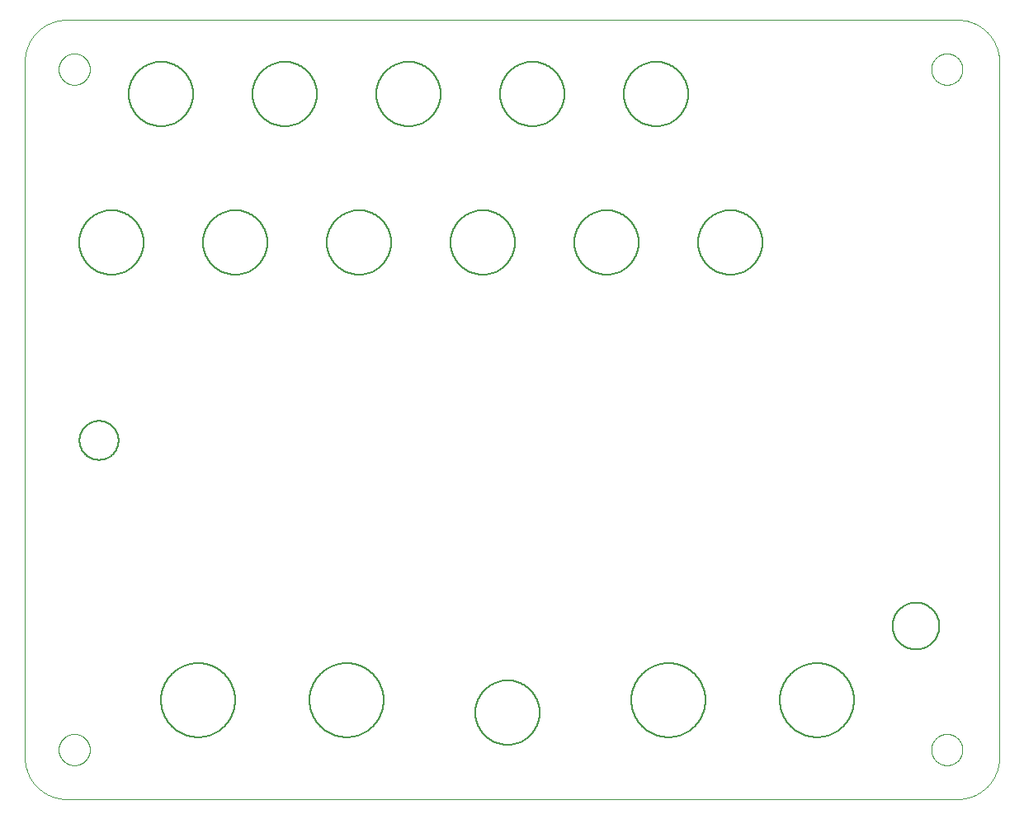
<source format=gbr>
G04 EAGLE Gerber RS-274X export*
G75*
%MOMM*%
%FSLAX34Y34*%
%LPD*%
%IN*%
%IPPOS*%
%AMOC8*
5,1,8,0,0,1.08239X$1,22.5*%
G01*
%ADD10C,0.076200*%
%ADD11C,0.152400*%
%ADD12C,0.000000*%


D10*
X0Y756820D02*
X0Y43180D01*
X13Y42137D01*
X50Y41094D01*
X113Y40052D01*
X202Y39013D01*
X315Y37975D01*
X453Y36941D01*
X616Y35910D01*
X804Y34884D01*
X1017Y33862D01*
X1255Y32846D01*
X1517Y31836D01*
X1803Y30833D01*
X2113Y29837D01*
X2448Y28848D01*
X2806Y27868D01*
X3188Y26897D01*
X3593Y25935D01*
X4021Y24984D01*
X4472Y24043D01*
X4946Y23113D01*
X5442Y22195D01*
X5960Y21289D01*
X6500Y20396D01*
X7061Y19517D01*
X7644Y18651D01*
X8247Y17799D01*
X8870Y16963D01*
X9514Y16141D01*
X10177Y15336D01*
X10859Y14546D01*
X11561Y13774D01*
X12280Y13018D01*
X13018Y12280D01*
X13774Y11561D01*
X14546Y10859D01*
X15336Y10177D01*
X16141Y9514D01*
X16963Y8870D01*
X17799Y8247D01*
X18651Y7644D01*
X19517Y7061D01*
X20396Y6500D01*
X21289Y5960D01*
X22195Y5442D01*
X23113Y4946D01*
X24043Y4472D01*
X24984Y4021D01*
X25935Y3593D01*
X26897Y3188D01*
X27868Y2806D01*
X28848Y2448D01*
X29837Y2113D01*
X30833Y1803D01*
X31836Y1517D01*
X32846Y1255D01*
X33862Y1017D01*
X34884Y804D01*
X35910Y616D01*
X36941Y453D01*
X37975Y315D01*
X39013Y202D01*
X40052Y113D01*
X41094Y50D01*
X42137Y13D01*
X43180Y0D01*
X956820Y0D01*
X957863Y13D01*
X958906Y50D01*
X959948Y113D01*
X960987Y202D01*
X962025Y315D01*
X963059Y453D01*
X964090Y616D01*
X965116Y804D01*
X966138Y1017D01*
X967154Y1255D01*
X968164Y1517D01*
X969167Y1803D01*
X970163Y2113D01*
X971152Y2448D01*
X972132Y2806D01*
X973103Y3188D01*
X974065Y3593D01*
X975016Y4021D01*
X975957Y4472D01*
X976887Y4946D01*
X977805Y5442D01*
X978711Y5960D01*
X979604Y6500D01*
X980483Y7061D01*
X981349Y7644D01*
X982201Y8247D01*
X983037Y8870D01*
X983859Y9514D01*
X984664Y10177D01*
X985454Y10859D01*
X986226Y11561D01*
X986982Y12280D01*
X987720Y13018D01*
X988439Y13774D01*
X989141Y14546D01*
X989823Y15336D01*
X990486Y16141D01*
X991130Y16963D01*
X991753Y17799D01*
X992356Y18651D01*
X992939Y19517D01*
X993500Y20396D01*
X994040Y21289D01*
X994558Y22195D01*
X995054Y23113D01*
X995528Y24043D01*
X995979Y24984D01*
X996407Y25935D01*
X996812Y26897D01*
X997194Y27868D01*
X997552Y28848D01*
X997887Y29837D01*
X998197Y30833D01*
X998483Y31836D01*
X998745Y32846D01*
X998983Y33862D01*
X999196Y34884D01*
X999384Y35910D01*
X999547Y36941D01*
X999685Y37975D01*
X999798Y39013D01*
X999887Y40052D01*
X999950Y41094D01*
X999987Y42137D01*
X1000000Y43180D01*
X1000000Y756820D01*
X999987Y757863D01*
X999950Y758906D01*
X999887Y759948D01*
X999798Y760987D01*
X999685Y762025D01*
X999547Y763059D01*
X999384Y764090D01*
X999196Y765116D01*
X998983Y766138D01*
X998745Y767154D01*
X998483Y768164D01*
X998197Y769167D01*
X997887Y770163D01*
X997552Y771152D01*
X997194Y772132D01*
X996812Y773103D01*
X996407Y774065D01*
X995979Y775016D01*
X995528Y775957D01*
X995054Y776887D01*
X994558Y777805D01*
X994040Y778711D01*
X993500Y779604D01*
X992939Y780483D01*
X992356Y781349D01*
X991753Y782201D01*
X991130Y783037D01*
X990486Y783859D01*
X989823Y784664D01*
X989141Y785454D01*
X988439Y786226D01*
X987720Y786982D01*
X986982Y787720D01*
X986226Y788439D01*
X985454Y789141D01*
X984664Y789823D01*
X983859Y790486D01*
X983037Y791130D01*
X982201Y791753D01*
X981349Y792356D01*
X980483Y792939D01*
X979604Y793500D01*
X978711Y794040D01*
X977805Y794558D01*
X976887Y795054D01*
X975957Y795528D01*
X975016Y795979D01*
X974065Y796407D01*
X973103Y796812D01*
X972132Y797194D01*
X971152Y797552D01*
X970163Y797887D01*
X969167Y798197D01*
X968164Y798483D01*
X967154Y798745D01*
X966138Y798983D01*
X965116Y799196D01*
X964090Y799384D01*
X963059Y799547D01*
X962025Y799685D01*
X960987Y799798D01*
X959948Y799887D01*
X958906Y799950D01*
X957863Y799987D01*
X956820Y800000D01*
X43180Y800000D01*
X42137Y799987D01*
X41094Y799950D01*
X40052Y799887D01*
X39013Y799798D01*
X37975Y799685D01*
X36941Y799547D01*
X35910Y799384D01*
X34884Y799196D01*
X33862Y798983D01*
X32846Y798745D01*
X31836Y798483D01*
X30833Y798197D01*
X29837Y797887D01*
X28848Y797552D01*
X27868Y797194D01*
X26897Y796812D01*
X25935Y796407D01*
X24984Y795979D01*
X24043Y795528D01*
X23113Y795054D01*
X22195Y794558D01*
X21289Y794040D01*
X20396Y793500D01*
X19517Y792939D01*
X18651Y792356D01*
X17799Y791753D01*
X16963Y791130D01*
X16141Y790486D01*
X15336Y789823D01*
X14546Y789141D01*
X13774Y788439D01*
X13018Y787720D01*
X12280Y786982D01*
X11561Y786226D01*
X10859Y785454D01*
X10177Y784664D01*
X9514Y783859D01*
X8870Y783037D01*
X8247Y782201D01*
X7644Y781349D01*
X7061Y780483D01*
X6500Y779604D01*
X5960Y778711D01*
X5442Y777805D01*
X4946Y776887D01*
X4472Y775957D01*
X4021Y775016D01*
X3593Y774065D01*
X3188Y773103D01*
X2806Y772132D01*
X2448Y771152D01*
X2113Y770163D01*
X1803Y769167D01*
X1517Y768164D01*
X1255Y767154D01*
X1017Y766138D01*
X804Y765116D01*
X616Y764090D01*
X453Y763059D01*
X315Y762025D01*
X202Y760987D01*
X113Y759948D01*
X50Y758906D01*
X13Y757863D01*
X0Y756820D01*
D11*
X55880Y571500D02*
X55890Y572310D01*
X55920Y573120D01*
X55969Y573929D01*
X56039Y574737D01*
X56128Y575542D01*
X56237Y576345D01*
X56366Y577145D01*
X56514Y577942D01*
X56682Y578735D01*
X56870Y579523D01*
X57076Y580307D01*
X57302Y581085D01*
X57547Y581858D01*
X57810Y582624D01*
X58093Y583384D01*
X58393Y584136D01*
X58713Y584881D01*
X59050Y585618D01*
X59406Y586346D01*
X59779Y587066D01*
X60170Y587775D01*
X60578Y588476D01*
X61003Y589166D01*
X61445Y589845D01*
X61903Y590513D01*
X62378Y591170D01*
X62869Y591815D01*
X63375Y592448D01*
X63897Y593068D01*
X64434Y593675D01*
X64985Y594269D01*
X65551Y594849D01*
X66131Y595415D01*
X66725Y595966D01*
X67332Y596503D01*
X67952Y597025D01*
X68585Y597531D01*
X69230Y598022D01*
X69887Y598497D01*
X70555Y598955D01*
X71234Y599397D01*
X71924Y599822D01*
X72625Y600230D01*
X73334Y600621D01*
X74054Y600994D01*
X74782Y601350D01*
X75519Y601687D01*
X76264Y602007D01*
X77016Y602307D01*
X77776Y602590D01*
X78542Y602853D01*
X79315Y603098D01*
X80093Y603324D01*
X80877Y603530D01*
X81665Y603718D01*
X82458Y603886D01*
X83255Y604034D01*
X84055Y604163D01*
X84858Y604272D01*
X85663Y604361D01*
X86471Y604431D01*
X87280Y604480D01*
X88090Y604510D01*
X88900Y604520D01*
X89710Y604510D01*
X90520Y604480D01*
X91329Y604431D01*
X92137Y604361D01*
X92942Y604272D01*
X93745Y604163D01*
X94545Y604034D01*
X95342Y603886D01*
X96135Y603718D01*
X96923Y603530D01*
X97707Y603324D01*
X98485Y603098D01*
X99258Y602853D01*
X100024Y602590D01*
X100784Y602307D01*
X101536Y602007D01*
X102281Y601687D01*
X103018Y601350D01*
X103746Y600994D01*
X104466Y600621D01*
X105175Y600230D01*
X105876Y599822D01*
X106566Y599397D01*
X107245Y598955D01*
X107913Y598497D01*
X108570Y598022D01*
X109215Y597531D01*
X109848Y597025D01*
X110468Y596503D01*
X111075Y595966D01*
X111669Y595415D01*
X112249Y594849D01*
X112815Y594269D01*
X113366Y593675D01*
X113903Y593068D01*
X114425Y592448D01*
X114931Y591815D01*
X115422Y591170D01*
X115897Y590513D01*
X116355Y589845D01*
X116797Y589166D01*
X117222Y588476D01*
X117630Y587775D01*
X118021Y587066D01*
X118394Y586346D01*
X118750Y585618D01*
X119087Y584881D01*
X119407Y584136D01*
X119707Y583384D01*
X119990Y582624D01*
X120253Y581858D01*
X120498Y581085D01*
X120724Y580307D01*
X120930Y579523D01*
X121118Y578735D01*
X121286Y577942D01*
X121434Y577145D01*
X121563Y576345D01*
X121672Y575542D01*
X121761Y574737D01*
X121831Y573929D01*
X121880Y573120D01*
X121910Y572310D01*
X121920Y571500D01*
X121910Y570690D01*
X121880Y569880D01*
X121831Y569071D01*
X121761Y568263D01*
X121672Y567458D01*
X121563Y566655D01*
X121434Y565855D01*
X121286Y565058D01*
X121118Y564265D01*
X120930Y563477D01*
X120724Y562693D01*
X120498Y561915D01*
X120253Y561142D01*
X119990Y560376D01*
X119707Y559616D01*
X119407Y558864D01*
X119087Y558119D01*
X118750Y557382D01*
X118394Y556654D01*
X118021Y555934D01*
X117630Y555225D01*
X117222Y554524D01*
X116797Y553834D01*
X116355Y553155D01*
X115897Y552487D01*
X115422Y551830D01*
X114931Y551185D01*
X114425Y550552D01*
X113903Y549932D01*
X113366Y549325D01*
X112815Y548731D01*
X112249Y548151D01*
X111669Y547585D01*
X111075Y547034D01*
X110468Y546497D01*
X109848Y545975D01*
X109215Y545469D01*
X108570Y544978D01*
X107913Y544503D01*
X107245Y544045D01*
X106566Y543603D01*
X105876Y543178D01*
X105175Y542770D01*
X104466Y542379D01*
X103746Y542006D01*
X103018Y541650D01*
X102281Y541313D01*
X101536Y540993D01*
X100784Y540693D01*
X100024Y540410D01*
X99258Y540147D01*
X98485Y539902D01*
X97707Y539676D01*
X96923Y539470D01*
X96135Y539282D01*
X95342Y539114D01*
X94545Y538966D01*
X93745Y538837D01*
X92942Y538728D01*
X92137Y538639D01*
X91329Y538569D01*
X90520Y538520D01*
X89710Y538490D01*
X88900Y538480D01*
X88090Y538490D01*
X87280Y538520D01*
X86471Y538569D01*
X85663Y538639D01*
X84858Y538728D01*
X84055Y538837D01*
X83255Y538966D01*
X82458Y539114D01*
X81665Y539282D01*
X80877Y539470D01*
X80093Y539676D01*
X79315Y539902D01*
X78542Y540147D01*
X77776Y540410D01*
X77016Y540693D01*
X76264Y540993D01*
X75519Y541313D01*
X74782Y541650D01*
X74054Y542006D01*
X73334Y542379D01*
X72625Y542770D01*
X71924Y543178D01*
X71234Y543603D01*
X70555Y544045D01*
X69887Y544503D01*
X69230Y544978D01*
X68585Y545469D01*
X67952Y545975D01*
X67332Y546497D01*
X66725Y547034D01*
X66131Y547585D01*
X65551Y548151D01*
X64985Y548731D01*
X64434Y549325D01*
X63897Y549932D01*
X63375Y550552D01*
X62869Y551185D01*
X62378Y551830D01*
X61903Y552487D01*
X61445Y553155D01*
X61003Y553834D01*
X60578Y554524D01*
X60170Y555225D01*
X59779Y555934D01*
X59406Y556654D01*
X59050Y557382D01*
X58713Y558119D01*
X58393Y558864D01*
X58093Y559616D01*
X57810Y560376D01*
X57547Y561142D01*
X57302Y561915D01*
X57076Y562693D01*
X56870Y563477D01*
X56682Y564265D01*
X56514Y565058D01*
X56366Y565855D01*
X56237Y566655D01*
X56128Y567458D01*
X56039Y568263D01*
X55969Y569071D01*
X55920Y569880D01*
X55890Y570690D01*
X55880Y571500D01*
X182880Y571500D02*
X182890Y572310D01*
X182920Y573120D01*
X182969Y573929D01*
X183039Y574737D01*
X183128Y575542D01*
X183237Y576345D01*
X183366Y577145D01*
X183514Y577942D01*
X183682Y578735D01*
X183870Y579523D01*
X184076Y580307D01*
X184302Y581085D01*
X184547Y581858D01*
X184810Y582624D01*
X185093Y583384D01*
X185393Y584136D01*
X185713Y584881D01*
X186050Y585618D01*
X186406Y586346D01*
X186779Y587066D01*
X187170Y587775D01*
X187578Y588476D01*
X188003Y589166D01*
X188445Y589845D01*
X188903Y590513D01*
X189378Y591170D01*
X189869Y591815D01*
X190375Y592448D01*
X190897Y593068D01*
X191434Y593675D01*
X191985Y594269D01*
X192551Y594849D01*
X193131Y595415D01*
X193725Y595966D01*
X194332Y596503D01*
X194952Y597025D01*
X195585Y597531D01*
X196230Y598022D01*
X196887Y598497D01*
X197555Y598955D01*
X198234Y599397D01*
X198924Y599822D01*
X199625Y600230D01*
X200334Y600621D01*
X201054Y600994D01*
X201782Y601350D01*
X202519Y601687D01*
X203264Y602007D01*
X204016Y602307D01*
X204776Y602590D01*
X205542Y602853D01*
X206315Y603098D01*
X207093Y603324D01*
X207877Y603530D01*
X208665Y603718D01*
X209458Y603886D01*
X210255Y604034D01*
X211055Y604163D01*
X211858Y604272D01*
X212663Y604361D01*
X213471Y604431D01*
X214280Y604480D01*
X215090Y604510D01*
X215900Y604520D01*
X216710Y604510D01*
X217520Y604480D01*
X218329Y604431D01*
X219137Y604361D01*
X219942Y604272D01*
X220745Y604163D01*
X221545Y604034D01*
X222342Y603886D01*
X223135Y603718D01*
X223923Y603530D01*
X224707Y603324D01*
X225485Y603098D01*
X226258Y602853D01*
X227024Y602590D01*
X227784Y602307D01*
X228536Y602007D01*
X229281Y601687D01*
X230018Y601350D01*
X230746Y600994D01*
X231466Y600621D01*
X232175Y600230D01*
X232876Y599822D01*
X233566Y599397D01*
X234245Y598955D01*
X234913Y598497D01*
X235570Y598022D01*
X236215Y597531D01*
X236848Y597025D01*
X237468Y596503D01*
X238075Y595966D01*
X238669Y595415D01*
X239249Y594849D01*
X239815Y594269D01*
X240366Y593675D01*
X240903Y593068D01*
X241425Y592448D01*
X241931Y591815D01*
X242422Y591170D01*
X242897Y590513D01*
X243355Y589845D01*
X243797Y589166D01*
X244222Y588476D01*
X244630Y587775D01*
X245021Y587066D01*
X245394Y586346D01*
X245750Y585618D01*
X246087Y584881D01*
X246407Y584136D01*
X246707Y583384D01*
X246990Y582624D01*
X247253Y581858D01*
X247498Y581085D01*
X247724Y580307D01*
X247930Y579523D01*
X248118Y578735D01*
X248286Y577942D01*
X248434Y577145D01*
X248563Y576345D01*
X248672Y575542D01*
X248761Y574737D01*
X248831Y573929D01*
X248880Y573120D01*
X248910Y572310D01*
X248920Y571500D01*
X248910Y570690D01*
X248880Y569880D01*
X248831Y569071D01*
X248761Y568263D01*
X248672Y567458D01*
X248563Y566655D01*
X248434Y565855D01*
X248286Y565058D01*
X248118Y564265D01*
X247930Y563477D01*
X247724Y562693D01*
X247498Y561915D01*
X247253Y561142D01*
X246990Y560376D01*
X246707Y559616D01*
X246407Y558864D01*
X246087Y558119D01*
X245750Y557382D01*
X245394Y556654D01*
X245021Y555934D01*
X244630Y555225D01*
X244222Y554524D01*
X243797Y553834D01*
X243355Y553155D01*
X242897Y552487D01*
X242422Y551830D01*
X241931Y551185D01*
X241425Y550552D01*
X240903Y549932D01*
X240366Y549325D01*
X239815Y548731D01*
X239249Y548151D01*
X238669Y547585D01*
X238075Y547034D01*
X237468Y546497D01*
X236848Y545975D01*
X236215Y545469D01*
X235570Y544978D01*
X234913Y544503D01*
X234245Y544045D01*
X233566Y543603D01*
X232876Y543178D01*
X232175Y542770D01*
X231466Y542379D01*
X230746Y542006D01*
X230018Y541650D01*
X229281Y541313D01*
X228536Y540993D01*
X227784Y540693D01*
X227024Y540410D01*
X226258Y540147D01*
X225485Y539902D01*
X224707Y539676D01*
X223923Y539470D01*
X223135Y539282D01*
X222342Y539114D01*
X221545Y538966D01*
X220745Y538837D01*
X219942Y538728D01*
X219137Y538639D01*
X218329Y538569D01*
X217520Y538520D01*
X216710Y538490D01*
X215900Y538480D01*
X215090Y538490D01*
X214280Y538520D01*
X213471Y538569D01*
X212663Y538639D01*
X211858Y538728D01*
X211055Y538837D01*
X210255Y538966D01*
X209458Y539114D01*
X208665Y539282D01*
X207877Y539470D01*
X207093Y539676D01*
X206315Y539902D01*
X205542Y540147D01*
X204776Y540410D01*
X204016Y540693D01*
X203264Y540993D01*
X202519Y541313D01*
X201782Y541650D01*
X201054Y542006D01*
X200334Y542379D01*
X199625Y542770D01*
X198924Y543178D01*
X198234Y543603D01*
X197555Y544045D01*
X196887Y544503D01*
X196230Y544978D01*
X195585Y545469D01*
X194952Y545975D01*
X194332Y546497D01*
X193725Y547034D01*
X193131Y547585D01*
X192551Y548151D01*
X191985Y548731D01*
X191434Y549325D01*
X190897Y549932D01*
X190375Y550552D01*
X189869Y551185D01*
X189378Y551830D01*
X188903Y552487D01*
X188445Y553155D01*
X188003Y553834D01*
X187578Y554524D01*
X187170Y555225D01*
X186779Y555934D01*
X186406Y556654D01*
X186050Y557382D01*
X185713Y558119D01*
X185393Y558864D01*
X185093Y559616D01*
X184810Y560376D01*
X184547Y561142D01*
X184302Y561915D01*
X184076Y562693D01*
X183870Y563477D01*
X183682Y564265D01*
X183514Y565058D01*
X183366Y565855D01*
X183237Y566655D01*
X183128Y567458D01*
X183039Y568263D01*
X182969Y569071D01*
X182920Y569880D01*
X182890Y570690D01*
X182880Y571500D01*
X309880Y571500D02*
X309890Y572310D01*
X309920Y573120D01*
X309969Y573929D01*
X310039Y574737D01*
X310128Y575542D01*
X310237Y576345D01*
X310366Y577145D01*
X310514Y577942D01*
X310682Y578735D01*
X310870Y579523D01*
X311076Y580307D01*
X311302Y581085D01*
X311547Y581858D01*
X311810Y582624D01*
X312093Y583384D01*
X312393Y584136D01*
X312713Y584881D01*
X313050Y585618D01*
X313406Y586346D01*
X313779Y587066D01*
X314170Y587775D01*
X314578Y588476D01*
X315003Y589166D01*
X315445Y589845D01*
X315903Y590513D01*
X316378Y591170D01*
X316869Y591815D01*
X317375Y592448D01*
X317897Y593068D01*
X318434Y593675D01*
X318985Y594269D01*
X319551Y594849D01*
X320131Y595415D01*
X320725Y595966D01*
X321332Y596503D01*
X321952Y597025D01*
X322585Y597531D01*
X323230Y598022D01*
X323887Y598497D01*
X324555Y598955D01*
X325234Y599397D01*
X325924Y599822D01*
X326625Y600230D01*
X327334Y600621D01*
X328054Y600994D01*
X328782Y601350D01*
X329519Y601687D01*
X330264Y602007D01*
X331016Y602307D01*
X331776Y602590D01*
X332542Y602853D01*
X333315Y603098D01*
X334093Y603324D01*
X334877Y603530D01*
X335665Y603718D01*
X336458Y603886D01*
X337255Y604034D01*
X338055Y604163D01*
X338858Y604272D01*
X339663Y604361D01*
X340471Y604431D01*
X341280Y604480D01*
X342090Y604510D01*
X342900Y604520D01*
X343710Y604510D01*
X344520Y604480D01*
X345329Y604431D01*
X346137Y604361D01*
X346942Y604272D01*
X347745Y604163D01*
X348545Y604034D01*
X349342Y603886D01*
X350135Y603718D01*
X350923Y603530D01*
X351707Y603324D01*
X352485Y603098D01*
X353258Y602853D01*
X354024Y602590D01*
X354784Y602307D01*
X355536Y602007D01*
X356281Y601687D01*
X357018Y601350D01*
X357746Y600994D01*
X358466Y600621D01*
X359175Y600230D01*
X359876Y599822D01*
X360566Y599397D01*
X361245Y598955D01*
X361913Y598497D01*
X362570Y598022D01*
X363215Y597531D01*
X363848Y597025D01*
X364468Y596503D01*
X365075Y595966D01*
X365669Y595415D01*
X366249Y594849D01*
X366815Y594269D01*
X367366Y593675D01*
X367903Y593068D01*
X368425Y592448D01*
X368931Y591815D01*
X369422Y591170D01*
X369897Y590513D01*
X370355Y589845D01*
X370797Y589166D01*
X371222Y588476D01*
X371630Y587775D01*
X372021Y587066D01*
X372394Y586346D01*
X372750Y585618D01*
X373087Y584881D01*
X373407Y584136D01*
X373707Y583384D01*
X373990Y582624D01*
X374253Y581858D01*
X374498Y581085D01*
X374724Y580307D01*
X374930Y579523D01*
X375118Y578735D01*
X375286Y577942D01*
X375434Y577145D01*
X375563Y576345D01*
X375672Y575542D01*
X375761Y574737D01*
X375831Y573929D01*
X375880Y573120D01*
X375910Y572310D01*
X375920Y571500D01*
X375910Y570690D01*
X375880Y569880D01*
X375831Y569071D01*
X375761Y568263D01*
X375672Y567458D01*
X375563Y566655D01*
X375434Y565855D01*
X375286Y565058D01*
X375118Y564265D01*
X374930Y563477D01*
X374724Y562693D01*
X374498Y561915D01*
X374253Y561142D01*
X373990Y560376D01*
X373707Y559616D01*
X373407Y558864D01*
X373087Y558119D01*
X372750Y557382D01*
X372394Y556654D01*
X372021Y555934D01*
X371630Y555225D01*
X371222Y554524D01*
X370797Y553834D01*
X370355Y553155D01*
X369897Y552487D01*
X369422Y551830D01*
X368931Y551185D01*
X368425Y550552D01*
X367903Y549932D01*
X367366Y549325D01*
X366815Y548731D01*
X366249Y548151D01*
X365669Y547585D01*
X365075Y547034D01*
X364468Y546497D01*
X363848Y545975D01*
X363215Y545469D01*
X362570Y544978D01*
X361913Y544503D01*
X361245Y544045D01*
X360566Y543603D01*
X359876Y543178D01*
X359175Y542770D01*
X358466Y542379D01*
X357746Y542006D01*
X357018Y541650D01*
X356281Y541313D01*
X355536Y540993D01*
X354784Y540693D01*
X354024Y540410D01*
X353258Y540147D01*
X352485Y539902D01*
X351707Y539676D01*
X350923Y539470D01*
X350135Y539282D01*
X349342Y539114D01*
X348545Y538966D01*
X347745Y538837D01*
X346942Y538728D01*
X346137Y538639D01*
X345329Y538569D01*
X344520Y538520D01*
X343710Y538490D01*
X342900Y538480D01*
X342090Y538490D01*
X341280Y538520D01*
X340471Y538569D01*
X339663Y538639D01*
X338858Y538728D01*
X338055Y538837D01*
X337255Y538966D01*
X336458Y539114D01*
X335665Y539282D01*
X334877Y539470D01*
X334093Y539676D01*
X333315Y539902D01*
X332542Y540147D01*
X331776Y540410D01*
X331016Y540693D01*
X330264Y540993D01*
X329519Y541313D01*
X328782Y541650D01*
X328054Y542006D01*
X327334Y542379D01*
X326625Y542770D01*
X325924Y543178D01*
X325234Y543603D01*
X324555Y544045D01*
X323887Y544503D01*
X323230Y544978D01*
X322585Y545469D01*
X321952Y545975D01*
X321332Y546497D01*
X320725Y547034D01*
X320131Y547585D01*
X319551Y548151D01*
X318985Y548731D01*
X318434Y549325D01*
X317897Y549932D01*
X317375Y550552D01*
X316869Y551185D01*
X316378Y551830D01*
X315903Y552487D01*
X315445Y553155D01*
X315003Y553834D01*
X314578Y554524D01*
X314170Y555225D01*
X313779Y555934D01*
X313406Y556654D01*
X313050Y557382D01*
X312713Y558119D01*
X312393Y558864D01*
X312093Y559616D01*
X311810Y560376D01*
X311547Y561142D01*
X311302Y561915D01*
X311076Y562693D01*
X310870Y563477D01*
X310682Y564265D01*
X310514Y565058D01*
X310366Y565855D01*
X310237Y566655D01*
X310128Y567458D01*
X310039Y568263D01*
X309969Y569071D01*
X309920Y569880D01*
X309890Y570690D01*
X309880Y571500D01*
X436880Y571500D02*
X436890Y572310D01*
X436920Y573120D01*
X436969Y573929D01*
X437039Y574737D01*
X437128Y575542D01*
X437237Y576345D01*
X437366Y577145D01*
X437514Y577942D01*
X437682Y578735D01*
X437870Y579523D01*
X438076Y580307D01*
X438302Y581085D01*
X438547Y581858D01*
X438810Y582624D01*
X439093Y583384D01*
X439393Y584136D01*
X439713Y584881D01*
X440050Y585618D01*
X440406Y586346D01*
X440779Y587066D01*
X441170Y587775D01*
X441578Y588476D01*
X442003Y589166D01*
X442445Y589845D01*
X442903Y590513D01*
X443378Y591170D01*
X443869Y591815D01*
X444375Y592448D01*
X444897Y593068D01*
X445434Y593675D01*
X445985Y594269D01*
X446551Y594849D01*
X447131Y595415D01*
X447725Y595966D01*
X448332Y596503D01*
X448952Y597025D01*
X449585Y597531D01*
X450230Y598022D01*
X450887Y598497D01*
X451555Y598955D01*
X452234Y599397D01*
X452924Y599822D01*
X453625Y600230D01*
X454334Y600621D01*
X455054Y600994D01*
X455782Y601350D01*
X456519Y601687D01*
X457264Y602007D01*
X458016Y602307D01*
X458776Y602590D01*
X459542Y602853D01*
X460315Y603098D01*
X461093Y603324D01*
X461877Y603530D01*
X462665Y603718D01*
X463458Y603886D01*
X464255Y604034D01*
X465055Y604163D01*
X465858Y604272D01*
X466663Y604361D01*
X467471Y604431D01*
X468280Y604480D01*
X469090Y604510D01*
X469900Y604520D01*
X470710Y604510D01*
X471520Y604480D01*
X472329Y604431D01*
X473137Y604361D01*
X473942Y604272D01*
X474745Y604163D01*
X475545Y604034D01*
X476342Y603886D01*
X477135Y603718D01*
X477923Y603530D01*
X478707Y603324D01*
X479485Y603098D01*
X480258Y602853D01*
X481024Y602590D01*
X481784Y602307D01*
X482536Y602007D01*
X483281Y601687D01*
X484018Y601350D01*
X484746Y600994D01*
X485466Y600621D01*
X486175Y600230D01*
X486876Y599822D01*
X487566Y599397D01*
X488245Y598955D01*
X488913Y598497D01*
X489570Y598022D01*
X490215Y597531D01*
X490848Y597025D01*
X491468Y596503D01*
X492075Y595966D01*
X492669Y595415D01*
X493249Y594849D01*
X493815Y594269D01*
X494366Y593675D01*
X494903Y593068D01*
X495425Y592448D01*
X495931Y591815D01*
X496422Y591170D01*
X496897Y590513D01*
X497355Y589845D01*
X497797Y589166D01*
X498222Y588476D01*
X498630Y587775D01*
X499021Y587066D01*
X499394Y586346D01*
X499750Y585618D01*
X500087Y584881D01*
X500407Y584136D01*
X500707Y583384D01*
X500990Y582624D01*
X501253Y581858D01*
X501498Y581085D01*
X501724Y580307D01*
X501930Y579523D01*
X502118Y578735D01*
X502286Y577942D01*
X502434Y577145D01*
X502563Y576345D01*
X502672Y575542D01*
X502761Y574737D01*
X502831Y573929D01*
X502880Y573120D01*
X502910Y572310D01*
X502920Y571500D01*
X502910Y570690D01*
X502880Y569880D01*
X502831Y569071D01*
X502761Y568263D01*
X502672Y567458D01*
X502563Y566655D01*
X502434Y565855D01*
X502286Y565058D01*
X502118Y564265D01*
X501930Y563477D01*
X501724Y562693D01*
X501498Y561915D01*
X501253Y561142D01*
X500990Y560376D01*
X500707Y559616D01*
X500407Y558864D01*
X500087Y558119D01*
X499750Y557382D01*
X499394Y556654D01*
X499021Y555934D01*
X498630Y555225D01*
X498222Y554524D01*
X497797Y553834D01*
X497355Y553155D01*
X496897Y552487D01*
X496422Y551830D01*
X495931Y551185D01*
X495425Y550552D01*
X494903Y549932D01*
X494366Y549325D01*
X493815Y548731D01*
X493249Y548151D01*
X492669Y547585D01*
X492075Y547034D01*
X491468Y546497D01*
X490848Y545975D01*
X490215Y545469D01*
X489570Y544978D01*
X488913Y544503D01*
X488245Y544045D01*
X487566Y543603D01*
X486876Y543178D01*
X486175Y542770D01*
X485466Y542379D01*
X484746Y542006D01*
X484018Y541650D01*
X483281Y541313D01*
X482536Y540993D01*
X481784Y540693D01*
X481024Y540410D01*
X480258Y540147D01*
X479485Y539902D01*
X478707Y539676D01*
X477923Y539470D01*
X477135Y539282D01*
X476342Y539114D01*
X475545Y538966D01*
X474745Y538837D01*
X473942Y538728D01*
X473137Y538639D01*
X472329Y538569D01*
X471520Y538520D01*
X470710Y538490D01*
X469900Y538480D01*
X469090Y538490D01*
X468280Y538520D01*
X467471Y538569D01*
X466663Y538639D01*
X465858Y538728D01*
X465055Y538837D01*
X464255Y538966D01*
X463458Y539114D01*
X462665Y539282D01*
X461877Y539470D01*
X461093Y539676D01*
X460315Y539902D01*
X459542Y540147D01*
X458776Y540410D01*
X458016Y540693D01*
X457264Y540993D01*
X456519Y541313D01*
X455782Y541650D01*
X455054Y542006D01*
X454334Y542379D01*
X453625Y542770D01*
X452924Y543178D01*
X452234Y543603D01*
X451555Y544045D01*
X450887Y544503D01*
X450230Y544978D01*
X449585Y545469D01*
X448952Y545975D01*
X448332Y546497D01*
X447725Y547034D01*
X447131Y547585D01*
X446551Y548151D01*
X445985Y548731D01*
X445434Y549325D01*
X444897Y549932D01*
X444375Y550552D01*
X443869Y551185D01*
X443378Y551830D01*
X442903Y552487D01*
X442445Y553155D01*
X442003Y553834D01*
X441578Y554524D01*
X441170Y555225D01*
X440779Y555934D01*
X440406Y556654D01*
X440050Y557382D01*
X439713Y558119D01*
X439393Y558864D01*
X439093Y559616D01*
X438810Y560376D01*
X438547Y561142D01*
X438302Y561915D01*
X438076Y562693D01*
X437870Y563477D01*
X437682Y564265D01*
X437514Y565058D01*
X437366Y565855D01*
X437237Y566655D01*
X437128Y567458D01*
X437039Y568263D01*
X436969Y569071D01*
X436920Y569880D01*
X436890Y570690D01*
X436880Y571500D01*
X563880Y571500D02*
X563890Y572310D01*
X563920Y573120D01*
X563969Y573929D01*
X564039Y574737D01*
X564128Y575542D01*
X564237Y576345D01*
X564366Y577145D01*
X564514Y577942D01*
X564682Y578735D01*
X564870Y579523D01*
X565076Y580307D01*
X565302Y581085D01*
X565547Y581858D01*
X565810Y582624D01*
X566093Y583384D01*
X566393Y584136D01*
X566713Y584881D01*
X567050Y585618D01*
X567406Y586346D01*
X567779Y587066D01*
X568170Y587775D01*
X568578Y588476D01*
X569003Y589166D01*
X569445Y589845D01*
X569903Y590513D01*
X570378Y591170D01*
X570869Y591815D01*
X571375Y592448D01*
X571897Y593068D01*
X572434Y593675D01*
X572985Y594269D01*
X573551Y594849D01*
X574131Y595415D01*
X574725Y595966D01*
X575332Y596503D01*
X575952Y597025D01*
X576585Y597531D01*
X577230Y598022D01*
X577887Y598497D01*
X578555Y598955D01*
X579234Y599397D01*
X579924Y599822D01*
X580625Y600230D01*
X581334Y600621D01*
X582054Y600994D01*
X582782Y601350D01*
X583519Y601687D01*
X584264Y602007D01*
X585016Y602307D01*
X585776Y602590D01*
X586542Y602853D01*
X587315Y603098D01*
X588093Y603324D01*
X588877Y603530D01*
X589665Y603718D01*
X590458Y603886D01*
X591255Y604034D01*
X592055Y604163D01*
X592858Y604272D01*
X593663Y604361D01*
X594471Y604431D01*
X595280Y604480D01*
X596090Y604510D01*
X596900Y604520D01*
X597710Y604510D01*
X598520Y604480D01*
X599329Y604431D01*
X600137Y604361D01*
X600942Y604272D01*
X601745Y604163D01*
X602545Y604034D01*
X603342Y603886D01*
X604135Y603718D01*
X604923Y603530D01*
X605707Y603324D01*
X606485Y603098D01*
X607258Y602853D01*
X608024Y602590D01*
X608784Y602307D01*
X609536Y602007D01*
X610281Y601687D01*
X611018Y601350D01*
X611746Y600994D01*
X612466Y600621D01*
X613175Y600230D01*
X613876Y599822D01*
X614566Y599397D01*
X615245Y598955D01*
X615913Y598497D01*
X616570Y598022D01*
X617215Y597531D01*
X617848Y597025D01*
X618468Y596503D01*
X619075Y595966D01*
X619669Y595415D01*
X620249Y594849D01*
X620815Y594269D01*
X621366Y593675D01*
X621903Y593068D01*
X622425Y592448D01*
X622931Y591815D01*
X623422Y591170D01*
X623897Y590513D01*
X624355Y589845D01*
X624797Y589166D01*
X625222Y588476D01*
X625630Y587775D01*
X626021Y587066D01*
X626394Y586346D01*
X626750Y585618D01*
X627087Y584881D01*
X627407Y584136D01*
X627707Y583384D01*
X627990Y582624D01*
X628253Y581858D01*
X628498Y581085D01*
X628724Y580307D01*
X628930Y579523D01*
X629118Y578735D01*
X629286Y577942D01*
X629434Y577145D01*
X629563Y576345D01*
X629672Y575542D01*
X629761Y574737D01*
X629831Y573929D01*
X629880Y573120D01*
X629910Y572310D01*
X629920Y571500D01*
X629910Y570690D01*
X629880Y569880D01*
X629831Y569071D01*
X629761Y568263D01*
X629672Y567458D01*
X629563Y566655D01*
X629434Y565855D01*
X629286Y565058D01*
X629118Y564265D01*
X628930Y563477D01*
X628724Y562693D01*
X628498Y561915D01*
X628253Y561142D01*
X627990Y560376D01*
X627707Y559616D01*
X627407Y558864D01*
X627087Y558119D01*
X626750Y557382D01*
X626394Y556654D01*
X626021Y555934D01*
X625630Y555225D01*
X625222Y554524D01*
X624797Y553834D01*
X624355Y553155D01*
X623897Y552487D01*
X623422Y551830D01*
X622931Y551185D01*
X622425Y550552D01*
X621903Y549932D01*
X621366Y549325D01*
X620815Y548731D01*
X620249Y548151D01*
X619669Y547585D01*
X619075Y547034D01*
X618468Y546497D01*
X617848Y545975D01*
X617215Y545469D01*
X616570Y544978D01*
X615913Y544503D01*
X615245Y544045D01*
X614566Y543603D01*
X613876Y543178D01*
X613175Y542770D01*
X612466Y542379D01*
X611746Y542006D01*
X611018Y541650D01*
X610281Y541313D01*
X609536Y540993D01*
X608784Y540693D01*
X608024Y540410D01*
X607258Y540147D01*
X606485Y539902D01*
X605707Y539676D01*
X604923Y539470D01*
X604135Y539282D01*
X603342Y539114D01*
X602545Y538966D01*
X601745Y538837D01*
X600942Y538728D01*
X600137Y538639D01*
X599329Y538569D01*
X598520Y538520D01*
X597710Y538490D01*
X596900Y538480D01*
X596090Y538490D01*
X595280Y538520D01*
X594471Y538569D01*
X593663Y538639D01*
X592858Y538728D01*
X592055Y538837D01*
X591255Y538966D01*
X590458Y539114D01*
X589665Y539282D01*
X588877Y539470D01*
X588093Y539676D01*
X587315Y539902D01*
X586542Y540147D01*
X585776Y540410D01*
X585016Y540693D01*
X584264Y540993D01*
X583519Y541313D01*
X582782Y541650D01*
X582054Y542006D01*
X581334Y542379D01*
X580625Y542770D01*
X579924Y543178D01*
X579234Y543603D01*
X578555Y544045D01*
X577887Y544503D01*
X577230Y544978D01*
X576585Y545469D01*
X575952Y545975D01*
X575332Y546497D01*
X574725Y547034D01*
X574131Y547585D01*
X573551Y548151D01*
X572985Y548731D01*
X572434Y549325D01*
X571897Y549932D01*
X571375Y550552D01*
X570869Y551185D01*
X570378Y551830D01*
X569903Y552487D01*
X569445Y553155D01*
X569003Y553834D01*
X568578Y554524D01*
X568170Y555225D01*
X567779Y555934D01*
X567406Y556654D01*
X567050Y557382D01*
X566713Y558119D01*
X566393Y558864D01*
X566093Y559616D01*
X565810Y560376D01*
X565547Y561142D01*
X565302Y561915D01*
X565076Y562693D01*
X564870Y563477D01*
X564682Y564265D01*
X564514Y565058D01*
X564366Y565855D01*
X564237Y566655D01*
X564128Y567458D01*
X564039Y568263D01*
X563969Y569071D01*
X563920Y569880D01*
X563890Y570690D01*
X563880Y571500D01*
X690880Y571500D02*
X690890Y572310D01*
X690920Y573120D01*
X690969Y573929D01*
X691039Y574737D01*
X691128Y575542D01*
X691237Y576345D01*
X691366Y577145D01*
X691514Y577942D01*
X691682Y578735D01*
X691870Y579523D01*
X692076Y580307D01*
X692302Y581085D01*
X692547Y581858D01*
X692810Y582624D01*
X693093Y583384D01*
X693393Y584136D01*
X693713Y584881D01*
X694050Y585618D01*
X694406Y586346D01*
X694779Y587066D01*
X695170Y587775D01*
X695578Y588476D01*
X696003Y589166D01*
X696445Y589845D01*
X696903Y590513D01*
X697378Y591170D01*
X697869Y591815D01*
X698375Y592448D01*
X698897Y593068D01*
X699434Y593675D01*
X699985Y594269D01*
X700551Y594849D01*
X701131Y595415D01*
X701725Y595966D01*
X702332Y596503D01*
X702952Y597025D01*
X703585Y597531D01*
X704230Y598022D01*
X704887Y598497D01*
X705555Y598955D01*
X706234Y599397D01*
X706924Y599822D01*
X707625Y600230D01*
X708334Y600621D01*
X709054Y600994D01*
X709782Y601350D01*
X710519Y601687D01*
X711264Y602007D01*
X712016Y602307D01*
X712776Y602590D01*
X713542Y602853D01*
X714315Y603098D01*
X715093Y603324D01*
X715877Y603530D01*
X716665Y603718D01*
X717458Y603886D01*
X718255Y604034D01*
X719055Y604163D01*
X719858Y604272D01*
X720663Y604361D01*
X721471Y604431D01*
X722280Y604480D01*
X723090Y604510D01*
X723900Y604520D01*
X724710Y604510D01*
X725520Y604480D01*
X726329Y604431D01*
X727137Y604361D01*
X727942Y604272D01*
X728745Y604163D01*
X729545Y604034D01*
X730342Y603886D01*
X731135Y603718D01*
X731923Y603530D01*
X732707Y603324D01*
X733485Y603098D01*
X734258Y602853D01*
X735024Y602590D01*
X735784Y602307D01*
X736536Y602007D01*
X737281Y601687D01*
X738018Y601350D01*
X738746Y600994D01*
X739466Y600621D01*
X740175Y600230D01*
X740876Y599822D01*
X741566Y599397D01*
X742245Y598955D01*
X742913Y598497D01*
X743570Y598022D01*
X744215Y597531D01*
X744848Y597025D01*
X745468Y596503D01*
X746075Y595966D01*
X746669Y595415D01*
X747249Y594849D01*
X747815Y594269D01*
X748366Y593675D01*
X748903Y593068D01*
X749425Y592448D01*
X749931Y591815D01*
X750422Y591170D01*
X750897Y590513D01*
X751355Y589845D01*
X751797Y589166D01*
X752222Y588476D01*
X752630Y587775D01*
X753021Y587066D01*
X753394Y586346D01*
X753750Y585618D01*
X754087Y584881D01*
X754407Y584136D01*
X754707Y583384D01*
X754990Y582624D01*
X755253Y581858D01*
X755498Y581085D01*
X755724Y580307D01*
X755930Y579523D01*
X756118Y578735D01*
X756286Y577942D01*
X756434Y577145D01*
X756563Y576345D01*
X756672Y575542D01*
X756761Y574737D01*
X756831Y573929D01*
X756880Y573120D01*
X756910Y572310D01*
X756920Y571500D01*
X756910Y570690D01*
X756880Y569880D01*
X756831Y569071D01*
X756761Y568263D01*
X756672Y567458D01*
X756563Y566655D01*
X756434Y565855D01*
X756286Y565058D01*
X756118Y564265D01*
X755930Y563477D01*
X755724Y562693D01*
X755498Y561915D01*
X755253Y561142D01*
X754990Y560376D01*
X754707Y559616D01*
X754407Y558864D01*
X754087Y558119D01*
X753750Y557382D01*
X753394Y556654D01*
X753021Y555934D01*
X752630Y555225D01*
X752222Y554524D01*
X751797Y553834D01*
X751355Y553155D01*
X750897Y552487D01*
X750422Y551830D01*
X749931Y551185D01*
X749425Y550552D01*
X748903Y549932D01*
X748366Y549325D01*
X747815Y548731D01*
X747249Y548151D01*
X746669Y547585D01*
X746075Y547034D01*
X745468Y546497D01*
X744848Y545975D01*
X744215Y545469D01*
X743570Y544978D01*
X742913Y544503D01*
X742245Y544045D01*
X741566Y543603D01*
X740876Y543178D01*
X740175Y542770D01*
X739466Y542379D01*
X738746Y542006D01*
X738018Y541650D01*
X737281Y541313D01*
X736536Y540993D01*
X735784Y540693D01*
X735024Y540410D01*
X734258Y540147D01*
X733485Y539902D01*
X732707Y539676D01*
X731923Y539470D01*
X731135Y539282D01*
X730342Y539114D01*
X729545Y538966D01*
X728745Y538837D01*
X727942Y538728D01*
X727137Y538639D01*
X726329Y538569D01*
X725520Y538520D01*
X724710Y538490D01*
X723900Y538480D01*
X723090Y538490D01*
X722280Y538520D01*
X721471Y538569D01*
X720663Y538639D01*
X719858Y538728D01*
X719055Y538837D01*
X718255Y538966D01*
X717458Y539114D01*
X716665Y539282D01*
X715877Y539470D01*
X715093Y539676D01*
X714315Y539902D01*
X713542Y540147D01*
X712776Y540410D01*
X712016Y540693D01*
X711264Y540993D01*
X710519Y541313D01*
X709782Y541650D01*
X709054Y542006D01*
X708334Y542379D01*
X707625Y542770D01*
X706924Y543178D01*
X706234Y543603D01*
X705555Y544045D01*
X704887Y544503D01*
X704230Y544978D01*
X703585Y545469D01*
X702952Y545975D01*
X702332Y546497D01*
X701725Y547034D01*
X701131Y547585D01*
X700551Y548151D01*
X699985Y548731D01*
X699434Y549325D01*
X698897Y549932D01*
X698375Y550552D01*
X697869Y551185D01*
X697378Y551830D01*
X696903Y552487D01*
X696445Y553155D01*
X696003Y553834D01*
X695578Y554524D01*
X695170Y555225D01*
X694779Y555934D01*
X694406Y556654D01*
X694050Y557382D01*
X693713Y558119D01*
X693393Y558864D01*
X693093Y559616D01*
X692810Y560376D01*
X692547Y561142D01*
X692302Y561915D01*
X692076Y562693D01*
X691870Y563477D01*
X691682Y564265D01*
X691514Y565058D01*
X691366Y565855D01*
X691237Y566655D01*
X691128Y567458D01*
X691039Y568263D01*
X690969Y569071D01*
X690920Y569880D01*
X690890Y570690D01*
X690880Y571500D01*
X614680Y723900D02*
X614690Y724710D01*
X614720Y725520D01*
X614769Y726329D01*
X614839Y727137D01*
X614928Y727942D01*
X615037Y728745D01*
X615166Y729545D01*
X615314Y730342D01*
X615482Y731135D01*
X615670Y731923D01*
X615876Y732707D01*
X616102Y733485D01*
X616347Y734258D01*
X616610Y735024D01*
X616893Y735784D01*
X617193Y736536D01*
X617513Y737281D01*
X617850Y738018D01*
X618206Y738746D01*
X618579Y739466D01*
X618970Y740175D01*
X619378Y740876D01*
X619803Y741566D01*
X620245Y742245D01*
X620703Y742913D01*
X621178Y743570D01*
X621669Y744215D01*
X622175Y744848D01*
X622697Y745468D01*
X623234Y746075D01*
X623785Y746669D01*
X624351Y747249D01*
X624931Y747815D01*
X625525Y748366D01*
X626132Y748903D01*
X626752Y749425D01*
X627385Y749931D01*
X628030Y750422D01*
X628687Y750897D01*
X629355Y751355D01*
X630034Y751797D01*
X630724Y752222D01*
X631425Y752630D01*
X632134Y753021D01*
X632854Y753394D01*
X633582Y753750D01*
X634319Y754087D01*
X635064Y754407D01*
X635816Y754707D01*
X636576Y754990D01*
X637342Y755253D01*
X638115Y755498D01*
X638893Y755724D01*
X639677Y755930D01*
X640465Y756118D01*
X641258Y756286D01*
X642055Y756434D01*
X642855Y756563D01*
X643658Y756672D01*
X644463Y756761D01*
X645271Y756831D01*
X646080Y756880D01*
X646890Y756910D01*
X647700Y756920D01*
X648510Y756910D01*
X649320Y756880D01*
X650129Y756831D01*
X650937Y756761D01*
X651742Y756672D01*
X652545Y756563D01*
X653345Y756434D01*
X654142Y756286D01*
X654935Y756118D01*
X655723Y755930D01*
X656507Y755724D01*
X657285Y755498D01*
X658058Y755253D01*
X658824Y754990D01*
X659584Y754707D01*
X660336Y754407D01*
X661081Y754087D01*
X661818Y753750D01*
X662546Y753394D01*
X663266Y753021D01*
X663975Y752630D01*
X664676Y752222D01*
X665366Y751797D01*
X666045Y751355D01*
X666713Y750897D01*
X667370Y750422D01*
X668015Y749931D01*
X668648Y749425D01*
X669268Y748903D01*
X669875Y748366D01*
X670469Y747815D01*
X671049Y747249D01*
X671615Y746669D01*
X672166Y746075D01*
X672703Y745468D01*
X673225Y744848D01*
X673731Y744215D01*
X674222Y743570D01*
X674697Y742913D01*
X675155Y742245D01*
X675597Y741566D01*
X676022Y740876D01*
X676430Y740175D01*
X676821Y739466D01*
X677194Y738746D01*
X677550Y738018D01*
X677887Y737281D01*
X678207Y736536D01*
X678507Y735784D01*
X678790Y735024D01*
X679053Y734258D01*
X679298Y733485D01*
X679524Y732707D01*
X679730Y731923D01*
X679918Y731135D01*
X680086Y730342D01*
X680234Y729545D01*
X680363Y728745D01*
X680472Y727942D01*
X680561Y727137D01*
X680631Y726329D01*
X680680Y725520D01*
X680710Y724710D01*
X680720Y723900D01*
X680710Y723090D01*
X680680Y722280D01*
X680631Y721471D01*
X680561Y720663D01*
X680472Y719858D01*
X680363Y719055D01*
X680234Y718255D01*
X680086Y717458D01*
X679918Y716665D01*
X679730Y715877D01*
X679524Y715093D01*
X679298Y714315D01*
X679053Y713542D01*
X678790Y712776D01*
X678507Y712016D01*
X678207Y711264D01*
X677887Y710519D01*
X677550Y709782D01*
X677194Y709054D01*
X676821Y708334D01*
X676430Y707625D01*
X676022Y706924D01*
X675597Y706234D01*
X675155Y705555D01*
X674697Y704887D01*
X674222Y704230D01*
X673731Y703585D01*
X673225Y702952D01*
X672703Y702332D01*
X672166Y701725D01*
X671615Y701131D01*
X671049Y700551D01*
X670469Y699985D01*
X669875Y699434D01*
X669268Y698897D01*
X668648Y698375D01*
X668015Y697869D01*
X667370Y697378D01*
X666713Y696903D01*
X666045Y696445D01*
X665366Y696003D01*
X664676Y695578D01*
X663975Y695170D01*
X663266Y694779D01*
X662546Y694406D01*
X661818Y694050D01*
X661081Y693713D01*
X660336Y693393D01*
X659584Y693093D01*
X658824Y692810D01*
X658058Y692547D01*
X657285Y692302D01*
X656507Y692076D01*
X655723Y691870D01*
X654935Y691682D01*
X654142Y691514D01*
X653345Y691366D01*
X652545Y691237D01*
X651742Y691128D01*
X650937Y691039D01*
X650129Y690969D01*
X649320Y690920D01*
X648510Y690890D01*
X647700Y690880D01*
X646890Y690890D01*
X646080Y690920D01*
X645271Y690969D01*
X644463Y691039D01*
X643658Y691128D01*
X642855Y691237D01*
X642055Y691366D01*
X641258Y691514D01*
X640465Y691682D01*
X639677Y691870D01*
X638893Y692076D01*
X638115Y692302D01*
X637342Y692547D01*
X636576Y692810D01*
X635816Y693093D01*
X635064Y693393D01*
X634319Y693713D01*
X633582Y694050D01*
X632854Y694406D01*
X632134Y694779D01*
X631425Y695170D01*
X630724Y695578D01*
X630034Y696003D01*
X629355Y696445D01*
X628687Y696903D01*
X628030Y697378D01*
X627385Y697869D01*
X626752Y698375D01*
X626132Y698897D01*
X625525Y699434D01*
X624931Y699985D01*
X624351Y700551D01*
X623785Y701131D01*
X623234Y701725D01*
X622697Y702332D01*
X622175Y702952D01*
X621669Y703585D01*
X621178Y704230D01*
X620703Y704887D01*
X620245Y705555D01*
X619803Y706234D01*
X619378Y706924D01*
X618970Y707625D01*
X618579Y708334D01*
X618206Y709054D01*
X617850Y709782D01*
X617513Y710519D01*
X617193Y711264D01*
X616893Y712016D01*
X616610Y712776D01*
X616347Y713542D01*
X616102Y714315D01*
X615876Y715093D01*
X615670Y715877D01*
X615482Y716665D01*
X615314Y717458D01*
X615166Y718255D01*
X615037Y719055D01*
X614928Y719858D01*
X614839Y720663D01*
X614769Y721471D01*
X614720Y722280D01*
X614690Y723090D01*
X614680Y723900D01*
X487680Y723900D02*
X487690Y724710D01*
X487720Y725520D01*
X487769Y726329D01*
X487839Y727137D01*
X487928Y727942D01*
X488037Y728745D01*
X488166Y729545D01*
X488314Y730342D01*
X488482Y731135D01*
X488670Y731923D01*
X488876Y732707D01*
X489102Y733485D01*
X489347Y734258D01*
X489610Y735024D01*
X489893Y735784D01*
X490193Y736536D01*
X490513Y737281D01*
X490850Y738018D01*
X491206Y738746D01*
X491579Y739466D01*
X491970Y740175D01*
X492378Y740876D01*
X492803Y741566D01*
X493245Y742245D01*
X493703Y742913D01*
X494178Y743570D01*
X494669Y744215D01*
X495175Y744848D01*
X495697Y745468D01*
X496234Y746075D01*
X496785Y746669D01*
X497351Y747249D01*
X497931Y747815D01*
X498525Y748366D01*
X499132Y748903D01*
X499752Y749425D01*
X500385Y749931D01*
X501030Y750422D01*
X501687Y750897D01*
X502355Y751355D01*
X503034Y751797D01*
X503724Y752222D01*
X504425Y752630D01*
X505134Y753021D01*
X505854Y753394D01*
X506582Y753750D01*
X507319Y754087D01*
X508064Y754407D01*
X508816Y754707D01*
X509576Y754990D01*
X510342Y755253D01*
X511115Y755498D01*
X511893Y755724D01*
X512677Y755930D01*
X513465Y756118D01*
X514258Y756286D01*
X515055Y756434D01*
X515855Y756563D01*
X516658Y756672D01*
X517463Y756761D01*
X518271Y756831D01*
X519080Y756880D01*
X519890Y756910D01*
X520700Y756920D01*
X521510Y756910D01*
X522320Y756880D01*
X523129Y756831D01*
X523937Y756761D01*
X524742Y756672D01*
X525545Y756563D01*
X526345Y756434D01*
X527142Y756286D01*
X527935Y756118D01*
X528723Y755930D01*
X529507Y755724D01*
X530285Y755498D01*
X531058Y755253D01*
X531824Y754990D01*
X532584Y754707D01*
X533336Y754407D01*
X534081Y754087D01*
X534818Y753750D01*
X535546Y753394D01*
X536266Y753021D01*
X536975Y752630D01*
X537676Y752222D01*
X538366Y751797D01*
X539045Y751355D01*
X539713Y750897D01*
X540370Y750422D01*
X541015Y749931D01*
X541648Y749425D01*
X542268Y748903D01*
X542875Y748366D01*
X543469Y747815D01*
X544049Y747249D01*
X544615Y746669D01*
X545166Y746075D01*
X545703Y745468D01*
X546225Y744848D01*
X546731Y744215D01*
X547222Y743570D01*
X547697Y742913D01*
X548155Y742245D01*
X548597Y741566D01*
X549022Y740876D01*
X549430Y740175D01*
X549821Y739466D01*
X550194Y738746D01*
X550550Y738018D01*
X550887Y737281D01*
X551207Y736536D01*
X551507Y735784D01*
X551790Y735024D01*
X552053Y734258D01*
X552298Y733485D01*
X552524Y732707D01*
X552730Y731923D01*
X552918Y731135D01*
X553086Y730342D01*
X553234Y729545D01*
X553363Y728745D01*
X553472Y727942D01*
X553561Y727137D01*
X553631Y726329D01*
X553680Y725520D01*
X553710Y724710D01*
X553720Y723900D01*
X553710Y723090D01*
X553680Y722280D01*
X553631Y721471D01*
X553561Y720663D01*
X553472Y719858D01*
X553363Y719055D01*
X553234Y718255D01*
X553086Y717458D01*
X552918Y716665D01*
X552730Y715877D01*
X552524Y715093D01*
X552298Y714315D01*
X552053Y713542D01*
X551790Y712776D01*
X551507Y712016D01*
X551207Y711264D01*
X550887Y710519D01*
X550550Y709782D01*
X550194Y709054D01*
X549821Y708334D01*
X549430Y707625D01*
X549022Y706924D01*
X548597Y706234D01*
X548155Y705555D01*
X547697Y704887D01*
X547222Y704230D01*
X546731Y703585D01*
X546225Y702952D01*
X545703Y702332D01*
X545166Y701725D01*
X544615Y701131D01*
X544049Y700551D01*
X543469Y699985D01*
X542875Y699434D01*
X542268Y698897D01*
X541648Y698375D01*
X541015Y697869D01*
X540370Y697378D01*
X539713Y696903D01*
X539045Y696445D01*
X538366Y696003D01*
X537676Y695578D01*
X536975Y695170D01*
X536266Y694779D01*
X535546Y694406D01*
X534818Y694050D01*
X534081Y693713D01*
X533336Y693393D01*
X532584Y693093D01*
X531824Y692810D01*
X531058Y692547D01*
X530285Y692302D01*
X529507Y692076D01*
X528723Y691870D01*
X527935Y691682D01*
X527142Y691514D01*
X526345Y691366D01*
X525545Y691237D01*
X524742Y691128D01*
X523937Y691039D01*
X523129Y690969D01*
X522320Y690920D01*
X521510Y690890D01*
X520700Y690880D01*
X519890Y690890D01*
X519080Y690920D01*
X518271Y690969D01*
X517463Y691039D01*
X516658Y691128D01*
X515855Y691237D01*
X515055Y691366D01*
X514258Y691514D01*
X513465Y691682D01*
X512677Y691870D01*
X511893Y692076D01*
X511115Y692302D01*
X510342Y692547D01*
X509576Y692810D01*
X508816Y693093D01*
X508064Y693393D01*
X507319Y693713D01*
X506582Y694050D01*
X505854Y694406D01*
X505134Y694779D01*
X504425Y695170D01*
X503724Y695578D01*
X503034Y696003D01*
X502355Y696445D01*
X501687Y696903D01*
X501030Y697378D01*
X500385Y697869D01*
X499752Y698375D01*
X499132Y698897D01*
X498525Y699434D01*
X497931Y699985D01*
X497351Y700551D01*
X496785Y701131D01*
X496234Y701725D01*
X495697Y702332D01*
X495175Y702952D01*
X494669Y703585D01*
X494178Y704230D01*
X493703Y704887D01*
X493245Y705555D01*
X492803Y706234D01*
X492378Y706924D01*
X491970Y707625D01*
X491579Y708334D01*
X491206Y709054D01*
X490850Y709782D01*
X490513Y710519D01*
X490193Y711264D01*
X489893Y712016D01*
X489610Y712776D01*
X489347Y713542D01*
X489102Y714315D01*
X488876Y715093D01*
X488670Y715877D01*
X488482Y716665D01*
X488314Y717458D01*
X488166Y718255D01*
X488037Y719055D01*
X487928Y719858D01*
X487839Y720663D01*
X487769Y721471D01*
X487720Y722280D01*
X487690Y723090D01*
X487680Y723900D01*
X360680Y723900D02*
X360690Y724710D01*
X360720Y725520D01*
X360769Y726329D01*
X360839Y727137D01*
X360928Y727942D01*
X361037Y728745D01*
X361166Y729545D01*
X361314Y730342D01*
X361482Y731135D01*
X361670Y731923D01*
X361876Y732707D01*
X362102Y733485D01*
X362347Y734258D01*
X362610Y735024D01*
X362893Y735784D01*
X363193Y736536D01*
X363513Y737281D01*
X363850Y738018D01*
X364206Y738746D01*
X364579Y739466D01*
X364970Y740175D01*
X365378Y740876D01*
X365803Y741566D01*
X366245Y742245D01*
X366703Y742913D01*
X367178Y743570D01*
X367669Y744215D01*
X368175Y744848D01*
X368697Y745468D01*
X369234Y746075D01*
X369785Y746669D01*
X370351Y747249D01*
X370931Y747815D01*
X371525Y748366D01*
X372132Y748903D01*
X372752Y749425D01*
X373385Y749931D01*
X374030Y750422D01*
X374687Y750897D01*
X375355Y751355D01*
X376034Y751797D01*
X376724Y752222D01*
X377425Y752630D01*
X378134Y753021D01*
X378854Y753394D01*
X379582Y753750D01*
X380319Y754087D01*
X381064Y754407D01*
X381816Y754707D01*
X382576Y754990D01*
X383342Y755253D01*
X384115Y755498D01*
X384893Y755724D01*
X385677Y755930D01*
X386465Y756118D01*
X387258Y756286D01*
X388055Y756434D01*
X388855Y756563D01*
X389658Y756672D01*
X390463Y756761D01*
X391271Y756831D01*
X392080Y756880D01*
X392890Y756910D01*
X393700Y756920D01*
X394510Y756910D01*
X395320Y756880D01*
X396129Y756831D01*
X396937Y756761D01*
X397742Y756672D01*
X398545Y756563D01*
X399345Y756434D01*
X400142Y756286D01*
X400935Y756118D01*
X401723Y755930D01*
X402507Y755724D01*
X403285Y755498D01*
X404058Y755253D01*
X404824Y754990D01*
X405584Y754707D01*
X406336Y754407D01*
X407081Y754087D01*
X407818Y753750D01*
X408546Y753394D01*
X409266Y753021D01*
X409975Y752630D01*
X410676Y752222D01*
X411366Y751797D01*
X412045Y751355D01*
X412713Y750897D01*
X413370Y750422D01*
X414015Y749931D01*
X414648Y749425D01*
X415268Y748903D01*
X415875Y748366D01*
X416469Y747815D01*
X417049Y747249D01*
X417615Y746669D01*
X418166Y746075D01*
X418703Y745468D01*
X419225Y744848D01*
X419731Y744215D01*
X420222Y743570D01*
X420697Y742913D01*
X421155Y742245D01*
X421597Y741566D01*
X422022Y740876D01*
X422430Y740175D01*
X422821Y739466D01*
X423194Y738746D01*
X423550Y738018D01*
X423887Y737281D01*
X424207Y736536D01*
X424507Y735784D01*
X424790Y735024D01*
X425053Y734258D01*
X425298Y733485D01*
X425524Y732707D01*
X425730Y731923D01*
X425918Y731135D01*
X426086Y730342D01*
X426234Y729545D01*
X426363Y728745D01*
X426472Y727942D01*
X426561Y727137D01*
X426631Y726329D01*
X426680Y725520D01*
X426710Y724710D01*
X426720Y723900D01*
X426710Y723090D01*
X426680Y722280D01*
X426631Y721471D01*
X426561Y720663D01*
X426472Y719858D01*
X426363Y719055D01*
X426234Y718255D01*
X426086Y717458D01*
X425918Y716665D01*
X425730Y715877D01*
X425524Y715093D01*
X425298Y714315D01*
X425053Y713542D01*
X424790Y712776D01*
X424507Y712016D01*
X424207Y711264D01*
X423887Y710519D01*
X423550Y709782D01*
X423194Y709054D01*
X422821Y708334D01*
X422430Y707625D01*
X422022Y706924D01*
X421597Y706234D01*
X421155Y705555D01*
X420697Y704887D01*
X420222Y704230D01*
X419731Y703585D01*
X419225Y702952D01*
X418703Y702332D01*
X418166Y701725D01*
X417615Y701131D01*
X417049Y700551D01*
X416469Y699985D01*
X415875Y699434D01*
X415268Y698897D01*
X414648Y698375D01*
X414015Y697869D01*
X413370Y697378D01*
X412713Y696903D01*
X412045Y696445D01*
X411366Y696003D01*
X410676Y695578D01*
X409975Y695170D01*
X409266Y694779D01*
X408546Y694406D01*
X407818Y694050D01*
X407081Y693713D01*
X406336Y693393D01*
X405584Y693093D01*
X404824Y692810D01*
X404058Y692547D01*
X403285Y692302D01*
X402507Y692076D01*
X401723Y691870D01*
X400935Y691682D01*
X400142Y691514D01*
X399345Y691366D01*
X398545Y691237D01*
X397742Y691128D01*
X396937Y691039D01*
X396129Y690969D01*
X395320Y690920D01*
X394510Y690890D01*
X393700Y690880D01*
X392890Y690890D01*
X392080Y690920D01*
X391271Y690969D01*
X390463Y691039D01*
X389658Y691128D01*
X388855Y691237D01*
X388055Y691366D01*
X387258Y691514D01*
X386465Y691682D01*
X385677Y691870D01*
X384893Y692076D01*
X384115Y692302D01*
X383342Y692547D01*
X382576Y692810D01*
X381816Y693093D01*
X381064Y693393D01*
X380319Y693713D01*
X379582Y694050D01*
X378854Y694406D01*
X378134Y694779D01*
X377425Y695170D01*
X376724Y695578D01*
X376034Y696003D01*
X375355Y696445D01*
X374687Y696903D01*
X374030Y697378D01*
X373385Y697869D01*
X372752Y698375D01*
X372132Y698897D01*
X371525Y699434D01*
X370931Y699985D01*
X370351Y700551D01*
X369785Y701131D01*
X369234Y701725D01*
X368697Y702332D01*
X368175Y702952D01*
X367669Y703585D01*
X367178Y704230D01*
X366703Y704887D01*
X366245Y705555D01*
X365803Y706234D01*
X365378Y706924D01*
X364970Y707625D01*
X364579Y708334D01*
X364206Y709054D01*
X363850Y709782D01*
X363513Y710519D01*
X363193Y711264D01*
X362893Y712016D01*
X362610Y712776D01*
X362347Y713542D01*
X362102Y714315D01*
X361876Y715093D01*
X361670Y715877D01*
X361482Y716665D01*
X361314Y717458D01*
X361166Y718255D01*
X361037Y719055D01*
X360928Y719858D01*
X360839Y720663D01*
X360769Y721471D01*
X360720Y722280D01*
X360690Y723090D01*
X360680Y723900D01*
X233680Y723900D02*
X233690Y724710D01*
X233720Y725520D01*
X233769Y726329D01*
X233839Y727137D01*
X233928Y727942D01*
X234037Y728745D01*
X234166Y729545D01*
X234314Y730342D01*
X234482Y731135D01*
X234670Y731923D01*
X234876Y732707D01*
X235102Y733485D01*
X235347Y734258D01*
X235610Y735024D01*
X235893Y735784D01*
X236193Y736536D01*
X236513Y737281D01*
X236850Y738018D01*
X237206Y738746D01*
X237579Y739466D01*
X237970Y740175D01*
X238378Y740876D01*
X238803Y741566D01*
X239245Y742245D01*
X239703Y742913D01*
X240178Y743570D01*
X240669Y744215D01*
X241175Y744848D01*
X241697Y745468D01*
X242234Y746075D01*
X242785Y746669D01*
X243351Y747249D01*
X243931Y747815D01*
X244525Y748366D01*
X245132Y748903D01*
X245752Y749425D01*
X246385Y749931D01*
X247030Y750422D01*
X247687Y750897D01*
X248355Y751355D01*
X249034Y751797D01*
X249724Y752222D01*
X250425Y752630D01*
X251134Y753021D01*
X251854Y753394D01*
X252582Y753750D01*
X253319Y754087D01*
X254064Y754407D01*
X254816Y754707D01*
X255576Y754990D01*
X256342Y755253D01*
X257115Y755498D01*
X257893Y755724D01*
X258677Y755930D01*
X259465Y756118D01*
X260258Y756286D01*
X261055Y756434D01*
X261855Y756563D01*
X262658Y756672D01*
X263463Y756761D01*
X264271Y756831D01*
X265080Y756880D01*
X265890Y756910D01*
X266700Y756920D01*
X267510Y756910D01*
X268320Y756880D01*
X269129Y756831D01*
X269937Y756761D01*
X270742Y756672D01*
X271545Y756563D01*
X272345Y756434D01*
X273142Y756286D01*
X273935Y756118D01*
X274723Y755930D01*
X275507Y755724D01*
X276285Y755498D01*
X277058Y755253D01*
X277824Y754990D01*
X278584Y754707D01*
X279336Y754407D01*
X280081Y754087D01*
X280818Y753750D01*
X281546Y753394D01*
X282266Y753021D01*
X282975Y752630D01*
X283676Y752222D01*
X284366Y751797D01*
X285045Y751355D01*
X285713Y750897D01*
X286370Y750422D01*
X287015Y749931D01*
X287648Y749425D01*
X288268Y748903D01*
X288875Y748366D01*
X289469Y747815D01*
X290049Y747249D01*
X290615Y746669D01*
X291166Y746075D01*
X291703Y745468D01*
X292225Y744848D01*
X292731Y744215D01*
X293222Y743570D01*
X293697Y742913D01*
X294155Y742245D01*
X294597Y741566D01*
X295022Y740876D01*
X295430Y740175D01*
X295821Y739466D01*
X296194Y738746D01*
X296550Y738018D01*
X296887Y737281D01*
X297207Y736536D01*
X297507Y735784D01*
X297790Y735024D01*
X298053Y734258D01*
X298298Y733485D01*
X298524Y732707D01*
X298730Y731923D01*
X298918Y731135D01*
X299086Y730342D01*
X299234Y729545D01*
X299363Y728745D01*
X299472Y727942D01*
X299561Y727137D01*
X299631Y726329D01*
X299680Y725520D01*
X299710Y724710D01*
X299720Y723900D01*
X299710Y723090D01*
X299680Y722280D01*
X299631Y721471D01*
X299561Y720663D01*
X299472Y719858D01*
X299363Y719055D01*
X299234Y718255D01*
X299086Y717458D01*
X298918Y716665D01*
X298730Y715877D01*
X298524Y715093D01*
X298298Y714315D01*
X298053Y713542D01*
X297790Y712776D01*
X297507Y712016D01*
X297207Y711264D01*
X296887Y710519D01*
X296550Y709782D01*
X296194Y709054D01*
X295821Y708334D01*
X295430Y707625D01*
X295022Y706924D01*
X294597Y706234D01*
X294155Y705555D01*
X293697Y704887D01*
X293222Y704230D01*
X292731Y703585D01*
X292225Y702952D01*
X291703Y702332D01*
X291166Y701725D01*
X290615Y701131D01*
X290049Y700551D01*
X289469Y699985D01*
X288875Y699434D01*
X288268Y698897D01*
X287648Y698375D01*
X287015Y697869D01*
X286370Y697378D01*
X285713Y696903D01*
X285045Y696445D01*
X284366Y696003D01*
X283676Y695578D01*
X282975Y695170D01*
X282266Y694779D01*
X281546Y694406D01*
X280818Y694050D01*
X280081Y693713D01*
X279336Y693393D01*
X278584Y693093D01*
X277824Y692810D01*
X277058Y692547D01*
X276285Y692302D01*
X275507Y692076D01*
X274723Y691870D01*
X273935Y691682D01*
X273142Y691514D01*
X272345Y691366D01*
X271545Y691237D01*
X270742Y691128D01*
X269937Y691039D01*
X269129Y690969D01*
X268320Y690920D01*
X267510Y690890D01*
X266700Y690880D01*
X265890Y690890D01*
X265080Y690920D01*
X264271Y690969D01*
X263463Y691039D01*
X262658Y691128D01*
X261855Y691237D01*
X261055Y691366D01*
X260258Y691514D01*
X259465Y691682D01*
X258677Y691870D01*
X257893Y692076D01*
X257115Y692302D01*
X256342Y692547D01*
X255576Y692810D01*
X254816Y693093D01*
X254064Y693393D01*
X253319Y693713D01*
X252582Y694050D01*
X251854Y694406D01*
X251134Y694779D01*
X250425Y695170D01*
X249724Y695578D01*
X249034Y696003D01*
X248355Y696445D01*
X247687Y696903D01*
X247030Y697378D01*
X246385Y697869D01*
X245752Y698375D01*
X245132Y698897D01*
X244525Y699434D01*
X243931Y699985D01*
X243351Y700551D01*
X242785Y701131D01*
X242234Y701725D01*
X241697Y702332D01*
X241175Y702952D01*
X240669Y703585D01*
X240178Y704230D01*
X239703Y704887D01*
X239245Y705555D01*
X238803Y706234D01*
X238378Y706924D01*
X237970Y707625D01*
X237579Y708334D01*
X237206Y709054D01*
X236850Y709782D01*
X236513Y710519D01*
X236193Y711264D01*
X235893Y712016D01*
X235610Y712776D01*
X235347Y713542D01*
X235102Y714315D01*
X234876Y715093D01*
X234670Y715877D01*
X234482Y716665D01*
X234314Y717458D01*
X234166Y718255D01*
X234037Y719055D01*
X233928Y719858D01*
X233839Y720663D01*
X233769Y721471D01*
X233720Y722280D01*
X233690Y723090D01*
X233680Y723900D01*
X106680Y723900D02*
X106690Y724710D01*
X106720Y725520D01*
X106769Y726329D01*
X106839Y727137D01*
X106928Y727942D01*
X107037Y728745D01*
X107166Y729545D01*
X107314Y730342D01*
X107482Y731135D01*
X107670Y731923D01*
X107876Y732707D01*
X108102Y733485D01*
X108347Y734258D01*
X108610Y735024D01*
X108893Y735784D01*
X109193Y736536D01*
X109513Y737281D01*
X109850Y738018D01*
X110206Y738746D01*
X110579Y739466D01*
X110970Y740175D01*
X111378Y740876D01*
X111803Y741566D01*
X112245Y742245D01*
X112703Y742913D01*
X113178Y743570D01*
X113669Y744215D01*
X114175Y744848D01*
X114697Y745468D01*
X115234Y746075D01*
X115785Y746669D01*
X116351Y747249D01*
X116931Y747815D01*
X117525Y748366D01*
X118132Y748903D01*
X118752Y749425D01*
X119385Y749931D01*
X120030Y750422D01*
X120687Y750897D01*
X121355Y751355D01*
X122034Y751797D01*
X122724Y752222D01*
X123425Y752630D01*
X124134Y753021D01*
X124854Y753394D01*
X125582Y753750D01*
X126319Y754087D01*
X127064Y754407D01*
X127816Y754707D01*
X128576Y754990D01*
X129342Y755253D01*
X130115Y755498D01*
X130893Y755724D01*
X131677Y755930D01*
X132465Y756118D01*
X133258Y756286D01*
X134055Y756434D01*
X134855Y756563D01*
X135658Y756672D01*
X136463Y756761D01*
X137271Y756831D01*
X138080Y756880D01*
X138890Y756910D01*
X139700Y756920D01*
X140510Y756910D01*
X141320Y756880D01*
X142129Y756831D01*
X142937Y756761D01*
X143742Y756672D01*
X144545Y756563D01*
X145345Y756434D01*
X146142Y756286D01*
X146935Y756118D01*
X147723Y755930D01*
X148507Y755724D01*
X149285Y755498D01*
X150058Y755253D01*
X150824Y754990D01*
X151584Y754707D01*
X152336Y754407D01*
X153081Y754087D01*
X153818Y753750D01*
X154546Y753394D01*
X155266Y753021D01*
X155975Y752630D01*
X156676Y752222D01*
X157366Y751797D01*
X158045Y751355D01*
X158713Y750897D01*
X159370Y750422D01*
X160015Y749931D01*
X160648Y749425D01*
X161268Y748903D01*
X161875Y748366D01*
X162469Y747815D01*
X163049Y747249D01*
X163615Y746669D01*
X164166Y746075D01*
X164703Y745468D01*
X165225Y744848D01*
X165731Y744215D01*
X166222Y743570D01*
X166697Y742913D01*
X167155Y742245D01*
X167597Y741566D01*
X168022Y740876D01*
X168430Y740175D01*
X168821Y739466D01*
X169194Y738746D01*
X169550Y738018D01*
X169887Y737281D01*
X170207Y736536D01*
X170507Y735784D01*
X170790Y735024D01*
X171053Y734258D01*
X171298Y733485D01*
X171524Y732707D01*
X171730Y731923D01*
X171918Y731135D01*
X172086Y730342D01*
X172234Y729545D01*
X172363Y728745D01*
X172472Y727942D01*
X172561Y727137D01*
X172631Y726329D01*
X172680Y725520D01*
X172710Y724710D01*
X172720Y723900D01*
X172710Y723090D01*
X172680Y722280D01*
X172631Y721471D01*
X172561Y720663D01*
X172472Y719858D01*
X172363Y719055D01*
X172234Y718255D01*
X172086Y717458D01*
X171918Y716665D01*
X171730Y715877D01*
X171524Y715093D01*
X171298Y714315D01*
X171053Y713542D01*
X170790Y712776D01*
X170507Y712016D01*
X170207Y711264D01*
X169887Y710519D01*
X169550Y709782D01*
X169194Y709054D01*
X168821Y708334D01*
X168430Y707625D01*
X168022Y706924D01*
X167597Y706234D01*
X167155Y705555D01*
X166697Y704887D01*
X166222Y704230D01*
X165731Y703585D01*
X165225Y702952D01*
X164703Y702332D01*
X164166Y701725D01*
X163615Y701131D01*
X163049Y700551D01*
X162469Y699985D01*
X161875Y699434D01*
X161268Y698897D01*
X160648Y698375D01*
X160015Y697869D01*
X159370Y697378D01*
X158713Y696903D01*
X158045Y696445D01*
X157366Y696003D01*
X156676Y695578D01*
X155975Y695170D01*
X155266Y694779D01*
X154546Y694406D01*
X153818Y694050D01*
X153081Y693713D01*
X152336Y693393D01*
X151584Y693093D01*
X150824Y692810D01*
X150058Y692547D01*
X149285Y692302D01*
X148507Y692076D01*
X147723Y691870D01*
X146935Y691682D01*
X146142Y691514D01*
X145345Y691366D01*
X144545Y691237D01*
X143742Y691128D01*
X142937Y691039D01*
X142129Y690969D01*
X141320Y690920D01*
X140510Y690890D01*
X139700Y690880D01*
X138890Y690890D01*
X138080Y690920D01*
X137271Y690969D01*
X136463Y691039D01*
X135658Y691128D01*
X134855Y691237D01*
X134055Y691366D01*
X133258Y691514D01*
X132465Y691682D01*
X131677Y691870D01*
X130893Y692076D01*
X130115Y692302D01*
X129342Y692547D01*
X128576Y692810D01*
X127816Y693093D01*
X127064Y693393D01*
X126319Y693713D01*
X125582Y694050D01*
X124854Y694406D01*
X124134Y694779D01*
X123425Y695170D01*
X122724Y695578D01*
X122034Y696003D01*
X121355Y696445D01*
X120687Y696903D01*
X120030Y697378D01*
X119385Y697869D01*
X118752Y698375D01*
X118132Y698897D01*
X117525Y699434D01*
X116931Y699985D01*
X116351Y700551D01*
X115785Y701131D01*
X115234Y701725D01*
X114697Y702332D01*
X114175Y702952D01*
X113669Y703585D01*
X113178Y704230D01*
X112703Y704887D01*
X112245Y705555D01*
X111803Y706234D01*
X111378Y706924D01*
X110970Y707625D01*
X110579Y708334D01*
X110206Y709054D01*
X109850Y709782D01*
X109513Y710519D01*
X109193Y711264D01*
X108893Y712016D01*
X108610Y712776D01*
X108347Y713542D01*
X108102Y714315D01*
X107876Y715093D01*
X107670Y715877D01*
X107482Y716665D01*
X107314Y717458D01*
X107166Y718255D01*
X107037Y719055D01*
X106928Y719858D01*
X106839Y720663D01*
X106769Y721471D01*
X106720Y722280D01*
X106690Y723090D01*
X106680Y723900D01*
X462300Y88900D02*
X462310Y89710D01*
X462340Y90519D01*
X462389Y91328D01*
X462459Y92135D01*
X462548Y92940D01*
X462657Y93742D01*
X462786Y94542D01*
X462934Y95338D01*
X463102Y96130D01*
X463289Y96918D01*
X463495Y97702D01*
X463721Y98479D01*
X463966Y99251D01*
X464229Y100017D01*
X464511Y100777D01*
X464812Y101529D01*
X465131Y102273D01*
X465468Y103009D01*
X465824Y103737D01*
X466197Y104456D01*
X466587Y105166D01*
X466995Y105865D01*
X467420Y106555D01*
X467862Y107234D01*
X468320Y107902D01*
X468794Y108558D01*
X469285Y109203D01*
X469791Y109835D01*
X470312Y110455D01*
X470849Y111061D01*
X471400Y111655D01*
X471965Y112235D01*
X472545Y112800D01*
X473139Y113351D01*
X473745Y113888D01*
X474365Y114409D01*
X474997Y114915D01*
X475642Y115406D01*
X476298Y115880D01*
X476966Y116338D01*
X477645Y116780D01*
X478335Y117205D01*
X479034Y117613D01*
X479744Y118003D01*
X480463Y118376D01*
X481191Y118732D01*
X481927Y119069D01*
X482671Y119388D01*
X483423Y119689D01*
X484183Y119971D01*
X484949Y120234D01*
X485721Y120479D01*
X486498Y120705D01*
X487282Y120911D01*
X488070Y121098D01*
X488862Y121266D01*
X489658Y121414D01*
X490458Y121543D01*
X491260Y121652D01*
X492065Y121741D01*
X492872Y121811D01*
X493681Y121860D01*
X494490Y121890D01*
X495300Y121900D01*
X496110Y121890D01*
X496919Y121860D01*
X497728Y121811D01*
X498535Y121741D01*
X499340Y121652D01*
X500142Y121543D01*
X500942Y121414D01*
X501738Y121266D01*
X502530Y121098D01*
X503318Y120911D01*
X504102Y120705D01*
X504879Y120479D01*
X505651Y120234D01*
X506417Y119971D01*
X507177Y119689D01*
X507929Y119388D01*
X508673Y119069D01*
X509409Y118732D01*
X510137Y118376D01*
X510856Y118003D01*
X511566Y117613D01*
X512265Y117205D01*
X512955Y116780D01*
X513634Y116338D01*
X514302Y115880D01*
X514958Y115406D01*
X515603Y114915D01*
X516235Y114409D01*
X516855Y113888D01*
X517461Y113351D01*
X518055Y112800D01*
X518635Y112235D01*
X519200Y111655D01*
X519751Y111061D01*
X520288Y110455D01*
X520809Y109835D01*
X521315Y109203D01*
X521806Y108558D01*
X522280Y107902D01*
X522738Y107234D01*
X523180Y106555D01*
X523605Y105865D01*
X524013Y105166D01*
X524403Y104456D01*
X524776Y103737D01*
X525132Y103009D01*
X525469Y102273D01*
X525788Y101529D01*
X526089Y100777D01*
X526371Y100017D01*
X526634Y99251D01*
X526879Y98479D01*
X527105Y97702D01*
X527311Y96918D01*
X527498Y96130D01*
X527666Y95338D01*
X527814Y94542D01*
X527943Y93742D01*
X528052Y92940D01*
X528141Y92135D01*
X528211Y91328D01*
X528260Y90519D01*
X528290Y89710D01*
X528300Y88900D01*
X528290Y88090D01*
X528260Y87281D01*
X528211Y86472D01*
X528141Y85665D01*
X528052Y84860D01*
X527943Y84058D01*
X527814Y83258D01*
X527666Y82462D01*
X527498Y81670D01*
X527311Y80882D01*
X527105Y80098D01*
X526879Y79321D01*
X526634Y78549D01*
X526371Y77783D01*
X526089Y77023D01*
X525788Y76271D01*
X525469Y75527D01*
X525132Y74791D01*
X524776Y74063D01*
X524403Y73344D01*
X524013Y72634D01*
X523605Y71935D01*
X523180Y71245D01*
X522738Y70566D01*
X522280Y69898D01*
X521806Y69242D01*
X521315Y68597D01*
X520809Y67965D01*
X520288Y67345D01*
X519751Y66739D01*
X519200Y66145D01*
X518635Y65565D01*
X518055Y65000D01*
X517461Y64449D01*
X516855Y63912D01*
X516235Y63391D01*
X515603Y62885D01*
X514958Y62394D01*
X514302Y61920D01*
X513634Y61462D01*
X512955Y61020D01*
X512265Y60595D01*
X511566Y60187D01*
X510856Y59797D01*
X510137Y59424D01*
X509409Y59068D01*
X508673Y58731D01*
X507929Y58412D01*
X507177Y58111D01*
X506417Y57829D01*
X505651Y57566D01*
X504879Y57321D01*
X504102Y57095D01*
X503318Y56889D01*
X502530Y56702D01*
X501738Y56534D01*
X500942Y56386D01*
X500142Y56257D01*
X499340Y56148D01*
X498535Y56059D01*
X497728Y55989D01*
X496919Y55940D01*
X496110Y55910D01*
X495300Y55900D01*
X494490Y55910D01*
X493681Y55940D01*
X492872Y55989D01*
X492065Y56059D01*
X491260Y56148D01*
X490458Y56257D01*
X489658Y56386D01*
X488862Y56534D01*
X488070Y56702D01*
X487282Y56889D01*
X486498Y57095D01*
X485721Y57321D01*
X484949Y57566D01*
X484183Y57829D01*
X483423Y58111D01*
X482671Y58412D01*
X481927Y58731D01*
X481191Y59068D01*
X480463Y59424D01*
X479744Y59797D01*
X479034Y60187D01*
X478335Y60595D01*
X477645Y61020D01*
X476966Y61462D01*
X476298Y61920D01*
X475642Y62394D01*
X474997Y62885D01*
X474365Y63391D01*
X473745Y63912D01*
X473139Y64449D01*
X472545Y65000D01*
X471965Y65565D01*
X471400Y66145D01*
X470849Y66739D01*
X470312Y67345D01*
X469791Y67965D01*
X469285Y68597D01*
X468794Y69242D01*
X468320Y69898D01*
X467862Y70566D01*
X467420Y71245D01*
X466995Y71935D01*
X466587Y72634D01*
X466197Y73344D01*
X465824Y74063D01*
X465468Y74791D01*
X465131Y75527D01*
X464812Y76271D01*
X464511Y77023D01*
X464229Y77783D01*
X463966Y78549D01*
X463721Y79321D01*
X463495Y80098D01*
X463289Y80882D01*
X463102Y81670D01*
X462934Y82462D01*
X462786Y83258D01*
X462657Y84058D01*
X462548Y84860D01*
X462459Y85665D01*
X462389Y86472D01*
X462340Y87281D01*
X462310Y88090D01*
X462300Y88900D01*
X292200Y101600D02*
X292211Y102533D01*
X292246Y103465D01*
X292303Y104395D01*
X292383Y105325D01*
X292486Y106252D01*
X292611Y107176D01*
X292759Y108097D01*
X292930Y109013D01*
X293123Y109926D01*
X293339Y110833D01*
X293577Y111735D01*
X293836Y112631D01*
X294118Y113520D01*
X294421Y114402D01*
X294746Y115276D01*
X295093Y116142D01*
X295460Y116999D01*
X295848Y117847D01*
X296257Y118685D01*
X296687Y119513D01*
X297137Y120330D01*
X297606Y121136D01*
X298096Y121930D01*
X298604Y122712D01*
X299132Y123481D01*
X299678Y124237D01*
X300243Y124979D01*
X300826Y125707D01*
X301426Y126421D01*
X302044Y127119D01*
X302679Y127803D01*
X303330Y128470D01*
X303997Y129121D01*
X304681Y129756D01*
X305379Y130374D01*
X306093Y130974D01*
X306821Y131557D01*
X307563Y132122D01*
X308319Y132668D01*
X309088Y133196D01*
X309870Y133704D01*
X310664Y134194D01*
X311470Y134663D01*
X312287Y135113D01*
X313115Y135543D01*
X313953Y135952D01*
X314801Y136340D01*
X315658Y136707D01*
X316524Y137054D01*
X317398Y137379D01*
X318280Y137682D01*
X319169Y137964D01*
X320065Y138223D01*
X320967Y138461D01*
X321874Y138677D01*
X322787Y138870D01*
X323703Y139041D01*
X324624Y139189D01*
X325548Y139314D01*
X326475Y139417D01*
X327405Y139497D01*
X328335Y139554D01*
X329267Y139589D01*
X330200Y139600D01*
X331133Y139589D01*
X332065Y139554D01*
X332995Y139497D01*
X333925Y139417D01*
X334852Y139314D01*
X335776Y139189D01*
X336697Y139041D01*
X337613Y138870D01*
X338526Y138677D01*
X339433Y138461D01*
X340335Y138223D01*
X341231Y137964D01*
X342120Y137682D01*
X343002Y137379D01*
X343876Y137054D01*
X344742Y136707D01*
X345599Y136340D01*
X346447Y135952D01*
X347285Y135543D01*
X348113Y135113D01*
X348930Y134663D01*
X349736Y134194D01*
X350530Y133704D01*
X351312Y133196D01*
X352081Y132668D01*
X352837Y132122D01*
X353579Y131557D01*
X354307Y130974D01*
X355021Y130374D01*
X355719Y129756D01*
X356403Y129121D01*
X357070Y128470D01*
X357721Y127803D01*
X358356Y127119D01*
X358974Y126421D01*
X359574Y125707D01*
X360157Y124979D01*
X360722Y124237D01*
X361268Y123481D01*
X361796Y122712D01*
X362304Y121930D01*
X362794Y121136D01*
X363263Y120330D01*
X363713Y119513D01*
X364143Y118685D01*
X364552Y117847D01*
X364940Y116999D01*
X365307Y116142D01*
X365654Y115276D01*
X365979Y114402D01*
X366282Y113520D01*
X366564Y112631D01*
X366823Y111735D01*
X367061Y110833D01*
X367277Y109926D01*
X367470Y109013D01*
X367641Y108097D01*
X367789Y107176D01*
X367914Y106252D01*
X368017Y105325D01*
X368097Y104395D01*
X368154Y103465D01*
X368189Y102533D01*
X368200Y101600D01*
X368189Y100667D01*
X368154Y99735D01*
X368097Y98805D01*
X368017Y97875D01*
X367914Y96948D01*
X367789Y96024D01*
X367641Y95103D01*
X367470Y94187D01*
X367277Y93274D01*
X367061Y92367D01*
X366823Y91465D01*
X366564Y90569D01*
X366282Y89680D01*
X365979Y88798D01*
X365654Y87924D01*
X365307Y87058D01*
X364940Y86201D01*
X364552Y85353D01*
X364143Y84515D01*
X363713Y83687D01*
X363263Y82870D01*
X362794Y82064D01*
X362304Y81270D01*
X361796Y80488D01*
X361268Y79719D01*
X360722Y78963D01*
X360157Y78221D01*
X359574Y77493D01*
X358974Y76779D01*
X358356Y76081D01*
X357721Y75397D01*
X357070Y74730D01*
X356403Y74079D01*
X355719Y73444D01*
X355021Y72826D01*
X354307Y72226D01*
X353579Y71643D01*
X352837Y71078D01*
X352081Y70532D01*
X351312Y70004D01*
X350530Y69496D01*
X349736Y69006D01*
X348930Y68537D01*
X348113Y68087D01*
X347285Y67657D01*
X346447Y67248D01*
X345599Y66860D01*
X344742Y66493D01*
X343876Y66146D01*
X343002Y65821D01*
X342120Y65518D01*
X341231Y65236D01*
X340335Y64977D01*
X339433Y64739D01*
X338526Y64523D01*
X337613Y64330D01*
X336697Y64159D01*
X335776Y64011D01*
X334852Y63886D01*
X333925Y63783D01*
X332995Y63703D01*
X332065Y63646D01*
X331133Y63611D01*
X330200Y63600D01*
X329267Y63611D01*
X328335Y63646D01*
X327405Y63703D01*
X326475Y63783D01*
X325548Y63886D01*
X324624Y64011D01*
X323703Y64159D01*
X322787Y64330D01*
X321874Y64523D01*
X320967Y64739D01*
X320065Y64977D01*
X319169Y65236D01*
X318280Y65518D01*
X317398Y65821D01*
X316524Y66146D01*
X315658Y66493D01*
X314801Y66860D01*
X313953Y67248D01*
X313115Y67657D01*
X312287Y68087D01*
X311470Y68537D01*
X310664Y69006D01*
X309870Y69496D01*
X309088Y70004D01*
X308319Y70532D01*
X307563Y71078D01*
X306821Y71643D01*
X306093Y72226D01*
X305379Y72826D01*
X304681Y73444D01*
X303997Y74079D01*
X303330Y74730D01*
X302679Y75397D01*
X302044Y76081D01*
X301426Y76779D01*
X300826Y77493D01*
X300243Y78221D01*
X299678Y78963D01*
X299132Y79719D01*
X298604Y80488D01*
X298096Y81270D01*
X297606Y82064D01*
X297137Y82870D01*
X296687Y83687D01*
X296257Y84515D01*
X295848Y85353D01*
X295460Y86201D01*
X295093Y87058D01*
X294746Y87924D01*
X294421Y88798D01*
X294118Y89680D01*
X293836Y90569D01*
X293577Y91465D01*
X293339Y92367D01*
X293123Y93274D01*
X292930Y94187D01*
X292759Y95103D01*
X292611Y96024D01*
X292486Y96948D01*
X292383Y97875D01*
X292303Y98805D01*
X292246Y99735D01*
X292211Y100667D01*
X292200Y101600D01*
X139800Y101600D02*
X139811Y102533D01*
X139846Y103465D01*
X139903Y104395D01*
X139983Y105325D01*
X140086Y106252D01*
X140211Y107176D01*
X140359Y108097D01*
X140530Y109013D01*
X140723Y109926D01*
X140939Y110833D01*
X141177Y111735D01*
X141436Y112631D01*
X141718Y113520D01*
X142021Y114402D01*
X142346Y115276D01*
X142693Y116142D01*
X143060Y116999D01*
X143448Y117847D01*
X143857Y118685D01*
X144287Y119513D01*
X144737Y120330D01*
X145206Y121136D01*
X145696Y121930D01*
X146204Y122712D01*
X146732Y123481D01*
X147278Y124237D01*
X147843Y124979D01*
X148426Y125707D01*
X149026Y126421D01*
X149644Y127119D01*
X150279Y127803D01*
X150930Y128470D01*
X151597Y129121D01*
X152281Y129756D01*
X152979Y130374D01*
X153693Y130974D01*
X154421Y131557D01*
X155163Y132122D01*
X155919Y132668D01*
X156688Y133196D01*
X157470Y133704D01*
X158264Y134194D01*
X159070Y134663D01*
X159887Y135113D01*
X160715Y135543D01*
X161553Y135952D01*
X162401Y136340D01*
X163258Y136707D01*
X164124Y137054D01*
X164998Y137379D01*
X165880Y137682D01*
X166769Y137964D01*
X167665Y138223D01*
X168567Y138461D01*
X169474Y138677D01*
X170387Y138870D01*
X171303Y139041D01*
X172224Y139189D01*
X173148Y139314D01*
X174075Y139417D01*
X175005Y139497D01*
X175935Y139554D01*
X176867Y139589D01*
X177800Y139600D01*
X178733Y139589D01*
X179665Y139554D01*
X180595Y139497D01*
X181525Y139417D01*
X182452Y139314D01*
X183376Y139189D01*
X184297Y139041D01*
X185213Y138870D01*
X186126Y138677D01*
X187033Y138461D01*
X187935Y138223D01*
X188831Y137964D01*
X189720Y137682D01*
X190602Y137379D01*
X191476Y137054D01*
X192342Y136707D01*
X193199Y136340D01*
X194047Y135952D01*
X194885Y135543D01*
X195713Y135113D01*
X196530Y134663D01*
X197336Y134194D01*
X198130Y133704D01*
X198912Y133196D01*
X199681Y132668D01*
X200437Y132122D01*
X201179Y131557D01*
X201907Y130974D01*
X202621Y130374D01*
X203319Y129756D01*
X204003Y129121D01*
X204670Y128470D01*
X205321Y127803D01*
X205956Y127119D01*
X206574Y126421D01*
X207174Y125707D01*
X207757Y124979D01*
X208322Y124237D01*
X208868Y123481D01*
X209396Y122712D01*
X209904Y121930D01*
X210394Y121136D01*
X210863Y120330D01*
X211313Y119513D01*
X211743Y118685D01*
X212152Y117847D01*
X212540Y116999D01*
X212907Y116142D01*
X213254Y115276D01*
X213579Y114402D01*
X213882Y113520D01*
X214164Y112631D01*
X214423Y111735D01*
X214661Y110833D01*
X214877Y109926D01*
X215070Y109013D01*
X215241Y108097D01*
X215389Y107176D01*
X215514Y106252D01*
X215617Y105325D01*
X215697Y104395D01*
X215754Y103465D01*
X215789Y102533D01*
X215800Y101600D01*
X215789Y100667D01*
X215754Y99735D01*
X215697Y98805D01*
X215617Y97875D01*
X215514Y96948D01*
X215389Y96024D01*
X215241Y95103D01*
X215070Y94187D01*
X214877Y93274D01*
X214661Y92367D01*
X214423Y91465D01*
X214164Y90569D01*
X213882Y89680D01*
X213579Y88798D01*
X213254Y87924D01*
X212907Y87058D01*
X212540Y86201D01*
X212152Y85353D01*
X211743Y84515D01*
X211313Y83687D01*
X210863Y82870D01*
X210394Y82064D01*
X209904Y81270D01*
X209396Y80488D01*
X208868Y79719D01*
X208322Y78963D01*
X207757Y78221D01*
X207174Y77493D01*
X206574Y76779D01*
X205956Y76081D01*
X205321Y75397D01*
X204670Y74730D01*
X204003Y74079D01*
X203319Y73444D01*
X202621Y72826D01*
X201907Y72226D01*
X201179Y71643D01*
X200437Y71078D01*
X199681Y70532D01*
X198912Y70004D01*
X198130Y69496D01*
X197336Y69006D01*
X196530Y68537D01*
X195713Y68087D01*
X194885Y67657D01*
X194047Y67248D01*
X193199Y66860D01*
X192342Y66493D01*
X191476Y66146D01*
X190602Y65821D01*
X189720Y65518D01*
X188831Y65236D01*
X187935Y64977D01*
X187033Y64739D01*
X186126Y64523D01*
X185213Y64330D01*
X184297Y64159D01*
X183376Y64011D01*
X182452Y63886D01*
X181525Y63783D01*
X180595Y63703D01*
X179665Y63646D01*
X178733Y63611D01*
X177800Y63600D01*
X176867Y63611D01*
X175935Y63646D01*
X175005Y63703D01*
X174075Y63783D01*
X173148Y63886D01*
X172224Y64011D01*
X171303Y64159D01*
X170387Y64330D01*
X169474Y64523D01*
X168567Y64739D01*
X167665Y64977D01*
X166769Y65236D01*
X165880Y65518D01*
X164998Y65821D01*
X164124Y66146D01*
X163258Y66493D01*
X162401Y66860D01*
X161553Y67248D01*
X160715Y67657D01*
X159887Y68087D01*
X159070Y68537D01*
X158264Y69006D01*
X157470Y69496D01*
X156688Y70004D01*
X155919Y70532D01*
X155163Y71078D01*
X154421Y71643D01*
X153693Y72226D01*
X152979Y72826D01*
X152281Y73444D01*
X151597Y74079D01*
X150930Y74730D01*
X150279Y75397D01*
X149644Y76081D01*
X149026Y76779D01*
X148426Y77493D01*
X147843Y78221D01*
X147278Y78963D01*
X146732Y79719D01*
X146204Y80488D01*
X145696Y81270D01*
X145206Y82064D01*
X144737Y82870D01*
X144287Y83687D01*
X143857Y84515D01*
X143448Y85353D01*
X143060Y86201D01*
X142693Y87058D01*
X142346Y87924D01*
X142021Y88798D01*
X141718Y89680D01*
X141436Y90569D01*
X141177Y91465D01*
X140939Y92367D01*
X140723Y93274D01*
X140530Y94187D01*
X140359Y95103D01*
X140211Y96024D01*
X140086Y96948D01*
X139983Y97875D01*
X139903Y98805D01*
X139846Y99735D01*
X139811Y100667D01*
X139800Y101600D01*
X622400Y101600D02*
X622411Y102533D01*
X622446Y103465D01*
X622503Y104395D01*
X622583Y105325D01*
X622686Y106252D01*
X622811Y107176D01*
X622959Y108097D01*
X623130Y109013D01*
X623323Y109926D01*
X623539Y110833D01*
X623777Y111735D01*
X624036Y112631D01*
X624318Y113520D01*
X624621Y114402D01*
X624946Y115276D01*
X625293Y116142D01*
X625660Y116999D01*
X626048Y117847D01*
X626457Y118685D01*
X626887Y119513D01*
X627337Y120330D01*
X627806Y121136D01*
X628296Y121930D01*
X628804Y122712D01*
X629332Y123481D01*
X629878Y124237D01*
X630443Y124979D01*
X631026Y125707D01*
X631626Y126421D01*
X632244Y127119D01*
X632879Y127803D01*
X633530Y128470D01*
X634197Y129121D01*
X634881Y129756D01*
X635579Y130374D01*
X636293Y130974D01*
X637021Y131557D01*
X637763Y132122D01*
X638519Y132668D01*
X639288Y133196D01*
X640070Y133704D01*
X640864Y134194D01*
X641670Y134663D01*
X642487Y135113D01*
X643315Y135543D01*
X644153Y135952D01*
X645001Y136340D01*
X645858Y136707D01*
X646724Y137054D01*
X647598Y137379D01*
X648480Y137682D01*
X649369Y137964D01*
X650265Y138223D01*
X651167Y138461D01*
X652074Y138677D01*
X652987Y138870D01*
X653903Y139041D01*
X654824Y139189D01*
X655748Y139314D01*
X656675Y139417D01*
X657605Y139497D01*
X658535Y139554D01*
X659467Y139589D01*
X660400Y139600D01*
X661333Y139589D01*
X662265Y139554D01*
X663195Y139497D01*
X664125Y139417D01*
X665052Y139314D01*
X665976Y139189D01*
X666897Y139041D01*
X667813Y138870D01*
X668726Y138677D01*
X669633Y138461D01*
X670535Y138223D01*
X671431Y137964D01*
X672320Y137682D01*
X673202Y137379D01*
X674076Y137054D01*
X674942Y136707D01*
X675799Y136340D01*
X676647Y135952D01*
X677485Y135543D01*
X678313Y135113D01*
X679130Y134663D01*
X679936Y134194D01*
X680730Y133704D01*
X681512Y133196D01*
X682281Y132668D01*
X683037Y132122D01*
X683779Y131557D01*
X684507Y130974D01*
X685221Y130374D01*
X685919Y129756D01*
X686603Y129121D01*
X687270Y128470D01*
X687921Y127803D01*
X688556Y127119D01*
X689174Y126421D01*
X689774Y125707D01*
X690357Y124979D01*
X690922Y124237D01*
X691468Y123481D01*
X691996Y122712D01*
X692504Y121930D01*
X692994Y121136D01*
X693463Y120330D01*
X693913Y119513D01*
X694343Y118685D01*
X694752Y117847D01*
X695140Y116999D01*
X695507Y116142D01*
X695854Y115276D01*
X696179Y114402D01*
X696482Y113520D01*
X696764Y112631D01*
X697023Y111735D01*
X697261Y110833D01*
X697477Y109926D01*
X697670Y109013D01*
X697841Y108097D01*
X697989Y107176D01*
X698114Y106252D01*
X698217Y105325D01*
X698297Y104395D01*
X698354Y103465D01*
X698389Y102533D01*
X698400Y101600D01*
X698389Y100667D01*
X698354Y99735D01*
X698297Y98805D01*
X698217Y97875D01*
X698114Y96948D01*
X697989Y96024D01*
X697841Y95103D01*
X697670Y94187D01*
X697477Y93274D01*
X697261Y92367D01*
X697023Y91465D01*
X696764Y90569D01*
X696482Y89680D01*
X696179Y88798D01*
X695854Y87924D01*
X695507Y87058D01*
X695140Y86201D01*
X694752Y85353D01*
X694343Y84515D01*
X693913Y83687D01*
X693463Y82870D01*
X692994Y82064D01*
X692504Y81270D01*
X691996Y80488D01*
X691468Y79719D01*
X690922Y78963D01*
X690357Y78221D01*
X689774Y77493D01*
X689174Y76779D01*
X688556Y76081D01*
X687921Y75397D01*
X687270Y74730D01*
X686603Y74079D01*
X685919Y73444D01*
X685221Y72826D01*
X684507Y72226D01*
X683779Y71643D01*
X683037Y71078D01*
X682281Y70532D01*
X681512Y70004D01*
X680730Y69496D01*
X679936Y69006D01*
X679130Y68537D01*
X678313Y68087D01*
X677485Y67657D01*
X676647Y67248D01*
X675799Y66860D01*
X674942Y66493D01*
X674076Y66146D01*
X673202Y65821D01*
X672320Y65518D01*
X671431Y65236D01*
X670535Y64977D01*
X669633Y64739D01*
X668726Y64523D01*
X667813Y64330D01*
X666897Y64159D01*
X665976Y64011D01*
X665052Y63886D01*
X664125Y63783D01*
X663195Y63703D01*
X662265Y63646D01*
X661333Y63611D01*
X660400Y63600D01*
X659467Y63611D01*
X658535Y63646D01*
X657605Y63703D01*
X656675Y63783D01*
X655748Y63886D01*
X654824Y64011D01*
X653903Y64159D01*
X652987Y64330D01*
X652074Y64523D01*
X651167Y64739D01*
X650265Y64977D01*
X649369Y65236D01*
X648480Y65518D01*
X647598Y65821D01*
X646724Y66146D01*
X645858Y66493D01*
X645001Y66860D01*
X644153Y67248D01*
X643315Y67657D01*
X642487Y68087D01*
X641670Y68537D01*
X640864Y69006D01*
X640070Y69496D01*
X639288Y70004D01*
X638519Y70532D01*
X637763Y71078D01*
X637021Y71643D01*
X636293Y72226D01*
X635579Y72826D01*
X634881Y73444D01*
X634197Y74079D01*
X633530Y74730D01*
X632879Y75397D01*
X632244Y76081D01*
X631626Y76779D01*
X631026Y77493D01*
X630443Y78221D01*
X629878Y78963D01*
X629332Y79719D01*
X628804Y80488D01*
X628296Y81270D01*
X627806Y82064D01*
X627337Y82870D01*
X626887Y83687D01*
X626457Y84515D01*
X626048Y85353D01*
X625660Y86201D01*
X625293Y87058D01*
X624946Y87924D01*
X624621Y88798D01*
X624318Y89680D01*
X624036Y90569D01*
X623777Y91465D01*
X623539Y92367D01*
X623323Y93274D01*
X623130Y94187D01*
X622959Y95103D01*
X622811Y96024D01*
X622686Y96948D01*
X622583Y97875D01*
X622503Y98805D01*
X622446Y99735D01*
X622411Y100667D01*
X622400Y101600D01*
X774800Y101600D02*
X774811Y102533D01*
X774846Y103465D01*
X774903Y104395D01*
X774983Y105325D01*
X775086Y106252D01*
X775211Y107176D01*
X775359Y108097D01*
X775530Y109013D01*
X775723Y109926D01*
X775939Y110833D01*
X776177Y111735D01*
X776436Y112631D01*
X776718Y113520D01*
X777021Y114402D01*
X777346Y115276D01*
X777693Y116142D01*
X778060Y116999D01*
X778448Y117847D01*
X778857Y118685D01*
X779287Y119513D01*
X779737Y120330D01*
X780206Y121136D01*
X780696Y121930D01*
X781204Y122712D01*
X781732Y123481D01*
X782278Y124237D01*
X782843Y124979D01*
X783426Y125707D01*
X784026Y126421D01*
X784644Y127119D01*
X785279Y127803D01*
X785930Y128470D01*
X786597Y129121D01*
X787281Y129756D01*
X787979Y130374D01*
X788693Y130974D01*
X789421Y131557D01*
X790163Y132122D01*
X790919Y132668D01*
X791688Y133196D01*
X792470Y133704D01*
X793264Y134194D01*
X794070Y134663D01*
X794887Y135113D01*
X795715Y135543D01*
X796553Y135952D01*
X797401Y136340D01*
X798258Y136707D01*
X799124Y137054D01*
X799998Y137379D01*
X800880Y137682D01*
X801769Y137964D01*
X802665Y138223D01*
X803567Y138461D01*
X804474Y138677D01*
X805387Y138870D01*
X806303Y139041D01*
X807224Y139189D01*
X808148Y139314D01*
X809075Y139417D01*
X810005Y139497D01*
X810935Y139554D01*
X811867Y139589D01*
X812800Y139600D01*
X813733Y139589D01*
X814665Y139554D01*
X815595Y139497D01*
X816525Y139417D01*
X817452Y139314D01*
X818376Y139189D01*
X819297Y139041D01*
X820213Y138870D01*
X821126Y138677D01*
X822033Y138461D01*
X822935Y138223D01*
X823831Y137964D01*
X824720Y137682D01*
X825602Y137379D01*
X826476Y137054D01*
X827342Y136707D01*
X828199Y136340D01*
X829047Y135952D01*
X829885Y135543D01*
X830713Y135113D01*
X831530Y134663D01*
X832336Y134194D01*
X833130Y133704D01*
X833912Y133196D01*
X834681Y132668D01*
X835437Y132122D01*
X836179Y131557D01*
X836907Y130974D01*
X837621Y130374D01*
X838319Y129756D01*
X839003Y129121D01*
X839670Y128470D01*
X840321Y127803D01*
X840956Y127119D01*
X841574Y126421D01*
X842174Y125707D01*
X842757Y124979D01*
X843322Y124237D01*
X843868Y123481D01*
X844396Y122712D01*
X844904Y121930D01*
X845394Y121136D01*
X845863Y120330D01*
X846313Y119513D01*
X846743Y118685D01*
X847152Y117847D01*
X847540Y116999D01*
X847907Y116142D01*
X848254Y115276D01*
X848579Y114402D01*
X848882Y113520D01*
X849164Y112631D01*
X849423Y111735D01*
X849661Y110833D01*
X849877Y109926D01*
X850070Y109013D01*
X850241Y108097D01*
X850389Y107176D01*
X850514Y106252D01*
X850617Y105325D01*
X850697Y104395D01*
X850754Y103465D01*
X850789Y102533D01*
X850800Y101600D01*
X850789Y100667D01*
X850754Y99735D01*
X850697Y98805D01*
X850617Y97875D01*
X850514Y96948D01*
X850389Y96024D01*
X850241Y95103D01*
X850070Y94187D01*
X849877Y93274D01*
X849661Y92367D01*
X849423Y91465D01*
X849164Y90569D01*
X848882Y89680D01*
X848579Y88798D01*
X848254Y87924D01*
X847907Y87058D01*
X847540Y86201D01*
X847152Y85353D01*
X846743Y84515D01*
X846313Y83687D01*
X845863Y82870D01*
X845394Y82064D01*
X844904Y81270D01*
X844396Y80488D01*
X843868Y79719D01*
X843322Y78963D01*
X842757Y78221D01*
X842174Y77493D01*
X841574Y76779D01*
X840956Y76081D01*
X840321Y75397D01*
X839670Y74730D01*
X839003Y74079D01*
X838319Y73444D01*
X837621Y72826D01*
X836907Y72226D01*
X836179Y71643D01*
X835437Y71078D01*
X834681Y70532D01*
X833912Y70004D01*
X833130Y69496D01*
X832336Y69006D01*
X831530Y68537D01*
X830713Y68087D01*
X829885Y67657D01*
X829047Y67248D01*
X828199Y66860D01*
X827342Y66493D01*
X826476Y66146D01*
X825602Y65821D01*
X824720Y65518D01*
X823831Y65236D01*
X822935Y64977D01*
X822033Y64739D01*
X821126Y64523D01*
X820213Y64330D01*
X819297Y64159D01*
X818376Y64011D01*
X817452Y63886D01*
X816525Y63783D01*
X815595Y63703D01*
X814665Y63646D01*
X813733Y63611D01*
X812800Y63600D01*
X811867Y63611D01*
X810935Y63646D01*
X810005Y63703D01*
X809075Y63783D01*
X808148Y63886D01*
X807224Y64011D01*
X806303Y64159D01*
X805387Y64330D01*
X804474Y64523D01*
X803567Y64739D01*
X802665Y64977D01*
X801769Y65236D01*
X800880Y65518D01*
X799998Y65821D01*
X799124Y66146D01*
X798258Y66493D01*
X797401Y66860D01*
X796553Y67248D01*
X795715Y67657D01*
X794887Y68087D01*
X794070Y68537D01*
X793264Y69006D01*
X792470Y69496D01*
X791688Y70004D01*
X790919Y70532D01*
X790163Y71078D01*
X789421Y71643D01*
X788693Y72226D01*
X787979Y72826D01*
X787281Y73444D01*
X786597Y74079D01*
X785930Y74730D01*
X785279Y75397D01*
X784644Y76081D01*
X784026Y76779D01*
X783426Y77493D01*
X782843Y78221D01*
X782278Y78963D01*
X781732Y79719D01*
X781204Y80488D01*
X780696Y81270D01*
X780206Y82064D01*
X779737Y82870D01*
X779287Y83687D01*
X778857Y84515D01*
X778448Y85353D01*
X778060Y86201D01*
X777693Y87058D01*
X777346Y87924D01*
X777021Y88798D01*
X776718Y89680D01*
X776436Y90569D01*
X776177Y91465D01*
X775939Y92367D01*
X775723Y93274D01*
X775530Y94187D01*
X775359Y95103D01*
X775211Y96024D01*
X775086Y96948D01*
X774983Y97875D01*
X774903Y98805D01*
X774846Y99735D01*
X774811Y100667D01*
X774800Y101600D01*
X890400Y177800D02*
X890407Y178389D01*
X890429Y178978D01*
X890465Y179566D01*
X890516Y180152D01*
X890580Y180738D01*
X890660Y181322D01*
X890753Y181903D01*
X890861Y182482D01*
X890983Y183058D01*
X891119Y183632D01*
X891269Y184201D01*
X891433Y184767D01*
X891611Y185328D01*
X891803Y185885D01*
X892008Y186437D01*
X892227Y186984D01*
X892459Y187526D01*
X892704Y188061D01*
X892963Y188591D01*
X893234Y189114D01*
X893518Y189630D01*
X893815Y190138D01*
X894124Y190640D01*
X894445Y191134D01*
X894778Y191619D01*
X895123Y192097D01*
X895480Y192566D01*
X895848Y193025D01*
X896227Y193476D01*
X896617Y193917D01*
X897018Y194349D01*
X897429Y194771D01*
X897851Y195182D01*
X898283Y195583D01*
X898724Y195973D01*
X899175Y196352D01*
X899634Y196720D01*
X900103Y197077D01*
X900581Y197422D01*
X901066Y197755D01*
X901560Y198076D01*
X902062Y198385D01*
X902570Y198682D01*
X903086Y198966D01*
X903609Y199237D01*
X904139Y199496D01*
X904674Y199741D01*
X905216Y199973D01*
X905763Y200192D01*
X906315Y200397D01*
X906872Y200589D01*
X907433Y200767D01*
X907999Y200931D01*
X908568Y201081D01*
X909142Y201217D01*
X909718Y201339D01*
X910297Y201447D01*
X910878Y201540D01*
X911462Y201620D01*
X912048Y201684D01*
X912634Y201735D01*
X913222Y201771D01*
X913811Y201793D01*
X914400Y201800D01*
X914989Y201793D01*
X915578Y201771D01*
X916166Y201735D01*
X916752Y201684D01*
X917338Y201620D01*
X917922Y201540D01*
X918503Y201447D01*
X919082Y201339D01*
X919658Y201217D01*
X920232Y201081D01*
X920801Y200931D01*
X921367Y200767D01*
X921928Y200589D01*
X922485Y200397D01*
X923037Y200192D01*
X923584Y199973D01*
X924126Y199741D01*
X924661Y199496D01*
X925191Y199237D01*
X925714Y198966D01*
X926230Y198682D01*
X926738Y198385D01*
X927240Y198076D01*
X927734Y197755D01*
X928219Y197422D01*
X928697Y197077D01*
X929166Y196720D01*
X929625Y196352D01*
X930076Y195973D01*
X930517Y195583D01*
X930949Y195182D01*
X931371Y194771D01*
X931782Y194349D01*
X932183Y193917D01*
X932573Y193476D01*
X932952Y193025D01*
X933320Y192566D01*
X933677Y192097D01*
X934022Y191619D01*
X934355Y191134D01*
X934676Y190640D01*
X934985Y190138D01*
X935282Y189630D01*
X935566Y189114D01*
X935837Y188591D01*
X936096Y188061D01*
X936341Y187526D01*
X936573Y186984D01*
X936792Y186437D01*
X936997Y185885D01*
X937189Y185328D01*
X937367Y184767D01*
X937531Y184201D01*
X937681Y183632D01*
X937817Y183058D01*
X937939Y182482D01*
X938047Y181903D01*
X938140Y181322D01*
X938220Y180738D01*
X938284Y180152D01*
X938335Y179566D01*
X938371Y178978D01*
X938393Y178389D01*
X938400Y177800D01*
X938393Y177211D01*
X938371Y176622D01*
X938335Y176034D01*
X938284Y175448D01*
X938220Y174862D01*
X938140Y174278D01*
X938047Y173697D01*
X937939Y173118D01*
X937817Y172542D01*
X937681Y171968D01*
X937531Y171399D01*
X937367Y170833D01*
X937189Y170272D01*
X936997Y169715D01*
X936792Y169163D01*
X936573Y168616D01*
X936341Y168074D01*
X936096Y167539D01*
X935837Y167009D01*
X935566Y166486D01*
X935282Y165970D01*
X934985Y165462D01*
X934676Y164960D01*
X934355Y164466D01*
X934022Y163981D01*
X933677Y163503D01*
X933320Y163034D01*
X932952Y162575D01*
X932573Y162124D01*
X932183Y161683D01*
X931782Y161251D01*
X931371Y160829D01*
X930949Y160418D01*
X930517Y160017D01*
X930076Y159627D01*
X929625Y159248D01*
X929166Y158880D01*
X928697Y158523D01*
X928219Y158178D01*
X927734Y157845D01*
X927240Y157524D01*
X926738Y157215D01*
X926230Y156918D01*
X925714Y156634D01*
X925191Y156363D01*
X924661Y156104D01*
X924126Y155859D01*
X923584Y155627D01*
X923037Y155408D01*
X922485Y155203D01*
X921928Y155011D01*
X921367Y154833D01*
X920801Y154669D01*
X920232Y154519D01*
X919658Y154383D01*
X919082Y154261D01*
X918503Y154153D01*
X917922Y154060D01*
X917338Y153980D01*
X916752Y153916D01*
X916166Y153865D01*
X915578Y153829D01*
X914989Y153807D01*
X914400Y153800D01*
X913811Y153807D01*
X913222Y153829D01*
X912634Y153865D01*
X912048Y153916D01*
X911462Y153980D01*
X910878Y154060D01*
X910297Y154153D01*
X909718Y154261D01*
X909142Y154383D01*
X908568Y154519D01*
X907999Y154669D01*
X907433Y154833D01*
X906872Y155011D01*
X906315Y155203D01*
X905763Y155408D01*
X905216Y155627D01*
X904674Y155859D01*
X904139Y156104D01*
X903609Y156363D01*
X903086Y156634D01*
X902570Y156918D01*
X902062Y157215D01*
X901560Y157524D01*
X901066Y157845D01*
X900581Y158178D01*
X900103Y158523D01*
X899634Y158880D01*
X899175Y159248D01*
X898724Y159627D01*
X898283Y160017D01*
X897851Y160418D01*
X897429Y160829D01*
X897018Y161251D01*
X896617Y161683D01*
X896227Y162124D01*
X895848Y162575D01*
X895480Y163034D01*
X895123Y163503D01*
X894778Y163981D01*
X894445Y164466D01*
X894124Y164960D01*
X893815Y165462D01*
X893518Y165970D01*
X893234Y166486D01*
X892963Y167009D01*
X892704Y167539D01*
X892459Y168074D01*
X892227Y168616D01*
X892008Y169163D01*
X891803Y169715D01*
X891611Y170272D01*
X891433Y170833D01*
X891269Y171399D01*
X891119Y171968D01*
X890983Y172542D01*
X890861Y173118D01*
X890753Y173697D01*
X890660Y174278D01*
X890580Y174862D01*
X890516Y175448D01*
X890465Y176034D01*
X890429Y176622D01*
X890407Y177211D01*
X890400Y177800D01*
X56200Y368300D02*
X56206Y368791D01*
X56224Y369281D01*
X56254Y369771D01*
X56296Y370260D01*
X56350Y370748D01*
X56416Y371235D01*
X56494Y371719D01*
X56584Y372202D01*
X56686Y372682D01*
X56799Y373160D01*
X56924Y373634D01*
X57061Y374106D01*
X57209Y374574D01*
X57369Y375038D01*
X57540Y375498D01*
X57722Y375954D01*
X57916Y376405D01*
X58120Y376851D01*
X58336Y377292D01*
X58562Y377728D01*
X58798Y378158D01*
X59045Y378582D01*
X59303Y379000D01*
X59571Y379411D01*
X59848Y379816D01*
X60136Y380214D01*
X60433Y380605D01*
X60740Y380988D01*
X61056Y381363D01*
X61381Y381731D01*
X61715Y382091D01*
X62058Y382442D01*
X62409Y382785D01*
X62769Y383119D01*
X63137Y383444D01*
X63512Y383760D01*
X63895Y384067D01*
X64286Y384364D01*
X64684Y384652D01*
X65089Y384929D01*
X65500Y385197D01*
X65918Y385455D01*
X66342Y385702D01*
X66772Y385938D01*
X67208Y386164D01*
X67649Y386380D01*
X68095Y386584D01*
X68546Y386778D01*
X69002Y386960D01*
X69462Y387131D01*
X69926Y387291D01*
X70394Y387439D01*
X70866Y387576D01*
X71340Y387701D01*
X71818Y387814D01*
X72298Y387916D01*
X72781Y388006D01*
X73265Y388084D01*
X73752Y388150D01*
X74240Y388204D01*
X74729Y388246D01*
X75219Y388276D01*
X75709Y388294D01*
X76200Y388300D01*
X76691Y388294D01*
X77181Y388276D01*
X77671Y388246D01*
X78160Y388204D01*
X78648Y388150D01*
X79135Y388084D01*
X79619Y388006D01*
X80102Y387916D01*
X80582Y387814D01*
X81060Y387701D01*
X81534Y387576D01*
X82006Y387439D01*
X82474Y387291D01*
X82938Y387131D01*
X83398Y386960D01*
X83854Y386778D01*
X84305Y386584D01*
X84751Y386380D01*
X85192Y386164D01*
X85628Y385938D01*
X86058Y385702D01*
X86482Y385455D01*
X86900Y385197D01*
X87311Y384929D01*
X87716Y384652D01*
X88114Y384364D01*
X88505Y384067D01*
X88888Y383760D01*
X89263Y383444D01*
X89631Y383119D01*
X89991Y382785D01*
X90342Y382442D01*
X90685Y382091D01*
X91019Y381731D01*
X91344Y381363D01*
X91660Y380988D01*
X91967Y380605D01*
X92264Y380214D01*
X92552Y379816D01*
X92829Y379411D01*
X93097Y379000D01*
X93355Y378582D01*
X93602Y378158D01*
X93838Y377728D01*
X94064Y377292D01*
X94280Y376851D01*
X94484Y376405D01*
X94678Y375954D01*
X94860Y375498D01*
X95031Y375038D01*
X95191Y374574D01*
X95339Y374106D01*
X95476Y373634D01*
X95601Y373160D01*
X95714Y372682D01*
X95816Y372202D01*
X95906Y371719D01*
X95984Y371235D01*
X96050Y370748D01*
X96104Y370260D01*
X96146Y369771D01*
X96176Y369281D01*
X96194Y368791D01*
X96200Y368300D01*
X96194Y367809D01*
X96176Y367319D01*
X96146Y366829D01*
X96104Y366340D01*
X96050Y365852D01*
X95984Y365365D01*
X95906Y364881D01*
X95816Y364398D01*
X95714Y363918D01*
X95601Y363440D01*
X95476Y362966D01*
X95339Y362494D01*
X95191Y362026D01*
X95031Y361562D01*
X94860Y361102D01*
X94678Y360646D01*
X94484Y360195D01*
X94280Y359749D01*
X94064Y359308D01*
X93838Y358872D01*
X93602Y358442D01*
X93355Y358018D01*
X93097Y357600D01*
X92829Y357189D01*
X92552Y356784D01*
X92264Y356386D01*
X91967Y355995D01*
X91660Y355612D01*
X91344Y355237D01*
X91019Y354869D01*
X90685Y354509D01*
X90342Y354158D01*
X89991Y353815D01*
X89631Y353481D01*
X89263Y353156D01*
X88888Y352840D01*
X88505Y352533D01*
X88114Y352236D01*
X87716Y351948D01*
X87311Y351671D01*
X86900Y351403D01*
X86482Y351145D01*
X86058Y350898D01*
X85628Y350662D01*
X85192Y350436D01*
X84751Y350220D01*
X84305Y350016D01*
X83854Y349822D01*
X83398Y349640D01*
X82938Y349469D01*
X82474Y349309D01*
X82006Y349161D01*
X81534Y349024D01*
X81060Y348899D01*
X80582Y348786D01*
X80102Y348684D01*
X79619Y348594D01*
X79135Y348516D01*
X78648Y348450D01*
X78160Y348396D01*
X77671Y348354D01*
X77181Y348324D01*
X76691Y348306D01*
X76200Y348300D01*
X75709Y348306D01*
X75219Y348324D01*
X74729Y348354D01*
X74240Y348396D01*
X73752Y348450D01*
X73265Y348516D01*
X72781Y348594D01*
X72298Y348684D01*
X71818Y348786D01*
X71340Y348899D01*
X70866Y349024D01*
X70394Y349161D01*
X69926Y349309D01*
X69462Y349469D01*
X69002Y349640D01*
X68546Y349822D01*
X68095Y350016D01*
X67649Y350220D01*
X67208Y350436D01*
X66772Y350662D01*
X66342Y350898D01*
X65918Y351145D01*
X65500Y351403D01*
X65089Y351671D01*
X64684Y351948D01*
X64286Y352236D01*
X63895Y352533D01*
X63512Y352840D01*
X63137Y353156D01*
X62769Y353481D01*
X62409Y353815D01*
X62058Y354158D01*
X61715Y354509D01*
X61381Y354869D01*
X61056Y355237D01*
X60740Y355612D01*
X60433Y355995D01*
X60136Y356386D01*
X59848Y356784D01*
X59571Y357189D01*
X59303Y357600D01*
X59045Y358018D01*
X58798Y358442D01*
X58562Y358872D01*
X58336Y359308D01*
X58120Y359749D01*
X57916Y360195D01*
X57722Y360646D01*
X57540Y361102D01*
X57369Y361562D01*
X57209Y362026D01*
X57061Y362494D01*
X56924Y362966D01*
X56799Y363440D01*
X56686Y363918D01*
X56584Y364398D01*
X56494Y364881D01*
X56416Y365365D01*
X56350Y365852D01*
X56296Y366340D01*
X56254Y366829D01*
X56224Y367319D01*
X56206Y367809D01*
X56200Y368300D01*
D12*
X34800Y749300D02*
X34805Y749693D01*
X34819Y750085D01*
X34843Y750477D01*
X34877Y750868D01*
X34920Y751259D01*
X34973Y751648D01*
X35036Y752035D01*
X35107Y752421D01*
X35189Y752806D01*
X35279Y753188D01*
X35380Y753567D01*
X35489Y753945D01*
X35608Y754319D01*
X35735Y754690D01*
X35872Y755058D01*
X36018Y755423D01*
X36173Y755784D01*
X36336Y756141D01*
X36508Y756494D01*
X36689Y756842D01*
X36879Y757186D01*
X37076Y757526D01*
X37282Y757860D01*
X37496Y758189D01*
X37719Y758513D01*
X37949Y758831D01*
X38186Y759144D01*
X38432Y759450D01*
X38685Y759751D01*
X38945Y760045D01*
X39212Y760333D01*
X39486Y760614D01*
X39767Y760888D01*
X40055Y761155D01*
X40349Y761415D01*
X40650Y761668D01*
X40956Y761914D01*
X41269Y762151D01*
X41587Y762381D01*
X41911Y762604D01*
X42240Y762818D01*
X42574Y763024D01*
X42914Y763221D01*
X43258Y763411D01*
X43606Y763592D01*
X43959Y763764D01*
X44316Y763927D01*
X44677Y764082D01*
X45042Y764228D01*
X45410Y764365D01*
X45781Y764492D01*
X46155Y764611D01*
X46533Y764720D01*
X46912Y764821D01*
X47294Y764911D01*
X47679Y764993D01*
X48065Y765064D01*
X48452Y765127D01*
X48841Y765180D01*
X49232Y765223D01*
X49623Y765257D01*
X50015Y765281D01*
X50407Y765295D01*
X50800Y765300D01*
X51193Y765295D01*
X51585Y765281D01*
X51977Y765257D01*
X52368Y765223D01*
X52759Y765180D01*
X53148Y765127D01*
X53535Y765064D01*
X53921Y764993D01*
X54306Y764911D01*
X54688Y764821D01*
X55067Y764720D01*
X55445Y764611D01*
X55819Y764492D01*
X56190Y764365D01*
X56558Y764228D01*
X56923Y764082D01*
X57284Y763927D01*
X57641Y763764D01*
X57994Y763592D01*
X58342Y763411D01*
X58686Y763221D01*
X59026Y763024D01*
X59360Y762818D01*
X59689Y762604D01*
X60013Y762381D01*
X60331Y762151D01*
X60644Y761914D01*
X60950Y761668D01*
X61251Y761415D01*
X61545Y761155D01*
X61833Y760888D01*
X62114Y760614D01*
X62388Y760333D01*
X62655Y760045D01*
X62915Y759751D01*
X63168Y759450D01*
X63414Y759144D01*
X63651Y758831D01*
X63881Y758513D01*
X64104Y758189D01*
X64318Y757860D01*
X64524Y757526D01*
X64721Y757186D01*
X64911Y756842D01*
X65092Y756494D01*
X65264Y756141D01*
X65427Y755784D01*
X65582Y755423D01*
X65728Y755058D01*
X65865Y754690D01*
X65992Y754319D01*
X66111Y753945D01*
X66220Y753567D01*
X66321Y753188D01*
X66411Y752806D01*
X66493Y752421D01*
X66564Y752035D01*
X66627Y751648D01*
X66680Y751259D01*
X66723Y750868D01*
X66757Y750477D01*
X66781Y750085D01*
X66795Y749693D01*
X66800Y749300D01*
X66795Y748907D01*
X66781Y748515D01*
X66757Y748123D01*
X66723Y747732D01*
X66680Y747341D01*
X66627Y746952D01*
X66564Y746565D01*
X66493Y746179D01*
X66411Y745794D01*
X66321Y745412D01*
X66220Y745033D01*
X66111Y744655D01*
X65992Y744281D01*
X65865Y743910D01*
X65728Y743542D01*
X65582Y743177D01*
X65427Y742816D01*
X65264Y742459D01*
X65092Y742106D01*
X64911Y741758D01*
X64721Y741414D01*
X64524Y741074D01*
X64318Y740740D01*
X64104Y740411D01*
X63881Y740087D01*
X63651Y739769D01*
X63414Y739456D01*
X63168Y739150D01*
X62915Y738849D01*
X62655Y738555D01*
X62388Y738267D01*
X62114Y737986D01*
X61833Y737712D01*
X61545Y737445D01*
X61251Y737185D01*
X60950Y736932D01*
X60644Y736686D01*
X60331Y736449D01*
X60013Y736219D01*
X59689Y735996D01*
X59360Y735782D01*
X59026Y735576D01*
X58686Y735379D01*
X58342Y735189D01*
X57994Y735008D01*
X57641Y734836D01*
X57284Y734673D01*
X56923Y734518D01*
X56558Y734372D01*
X56190Y734235D01*
X55819Y734108D01*
X55445Y733989D01*
X55067Y733880D01*
X54688Y733779D01*
X54306Y733689D01*
X53921Y733607D01*
X53535Y733536D01*
X53148Y733473D01*
X52759Y733420D01*
X52368Y733377D01*
X51977Y733343D01*
X51585Y733319D01*
X51193Y733305D01*
X50800Y733300D01*
X50407Y733305D01*
X50015Y733319D01*
X49623Y733343D01*
X49232Y733377D01*
X48841Y733420D01*
X48452Y733473D01*
X48065Y733536D01*
X47679Y733607D01*
X47294Y733689D01*
X46912Y733779D01*
X46533Y733880D01*
X46155Y733989D01*
X45781Y734108D01*
X45410Y734235D01*
X45042Y734372D01*
X44677Y734518D01*
X44316Y734673D01*
X43959Y734836D01*
X43606Y735008D01*
X43258Y735189D01*
X42914Y735379D01*
X42574Y735576D01*
X42240Y735782D01*
X41911Y735996D01*
X41587Y736219D01*
X41269Y736449D01*
X40956Y736686D01*
X40650Y736932D01*
X40349Y737185D01*
X40055Y737445D01*
X39767Y737712D01*
X39486Y737986D01*
X39212Y738267D01*
X38945Y738555D01*
X38685Y738849D01*
X38432Y739150D01*
X38186Y739456D01*
X37949Y739769D01*
X37719Y740087D01*
X37496Y740411D01*
X37282Y740740D01*
X37076Y741074D01*
X36879Y741414D01*
X36689Y741758D01*
X36508Y742106D01*
X36336Y742459D01*
X36173Y742816D01*
X36018Y743177D01*
X35872Y743542D01*
X35735Y743910D01*
X35608Y744281D01*
X35489Y744655D01*
X35380Y745033D01*
X35279Y745412D01*
X35189Y745794D01*
X35107Y746179D01*
X35036Y746565D01*
X34973Y746952D01*
X34920Y747341D01*
X34877Y747732D01*
X34843Y748123D01*
X34819Y748515D01*
X34805Y748907D01*
X34800Y749300D01*
X930150Y749300D02*
X930155Y749693D01*
X930169Y750085D01*
X930193Y750477D01*
X930227Y750868D01*
X930270Y751259D01*
X930323Y751648D01*
X930386Y752035D01*
X930457Y752421D01*
X930539Y752806D01*
X930629Y753188D01*
X930730Y753567D01*
X930839Y753945D01*
X930958Y754319D01*
X931085Y754690D01*
X931222Y755058D01*
X931368Y755423D01*
X931523Y755784D01*
X931686Y756141D01*
X931858Y756494D01*
X932039Y756842D01*
X932229Y757186D01*
X932426Y757526D01*
X932632Y757860D01*
X932846Y758189D01*
X933069Y758513D01*
X933299Y758831D01*
X933536Y759144D01*
X933782Y759450D01*
X934035Y759751D01*
X934295Y760045D01*
X934562Y760333D01*
X934836Y760614D01*
X935117Y760888D01*
X935405Y761155D01*
X935699Y761415D01*
X936000Y761668D01*
X936306Y761914D01*
X936619Y762151D01*
X936937Y762381D01*
X937261Y762604D01*
X937590Y762818D01*
X937924Y763024D01*
X938264Y763221D01*
X938608Y763411D01*
X938956Y763592D01*
X939309Y763764D01*
X939666Y763927D01*
X940027Y764082D01*
X940392Y764228D01*
X940760Y764365D01*
X941131Y764492D01*
X941505Y764611D01*
X941883Y764720D01*
X942262Y764821D01*
X942644Y764911D01*
X943029Y764993D01*
X943415Y765064D01*
X943802Y765127D01*
X944191Y765180D01*
X944582Y765223D01*
X944973Y765257D01*
X945365Y765281D01*
X945757Y765295D01*
X946150Y765300D01*
X946543Y765295D01*
X946935Y765281D01*
X947327Y765257D01*
X947718Y765223D01*
X948109Y765180D01*
X948498Y765127D01*
X948885Y765064D01*
X949271Y764993D01*
X949656Y764911D01*
X950038Y764821D01*
X950417Y764720D01*
X950795Y764611D01*
X951169Y764492D01*
X951540Y764365D01*
X951908Y764228D01*
X952273Y764082D01*
X952634Y763927D01*
X952991Y763764D01*
X953344Y763592D01*
X953692Y763411D01*
X954036Y763221D01*
X954376Y763024D01*
X954710Y762818D01*
X955039Y762604D01*
X955363Y762381D01*
X955681Y762151D01*
X955994Y761914D01*
X956300Y761668D01*
X956601Y761415D01*
X956895Y761155D01*
X957183Y760888D01*
X957464Y760614D01*
X957738Y760333D01*
X958005Y760045D01*
X958265Y759751D01*
X958518Y759450D01*
X958764Y759144D01*
X959001Y758831D01*
X959231Y758513D01*
X959454Y758189D01*
X959668Y757860D01*
X959874Y757526D01*
X960071Y757186D01*
X960261Y756842D01*
X960442Y756494D01*
X960614Y756141D01*
X960777Y755784D01*
X960932Y755423D01*
X961078Y755058D01*
X961215Y754690D01*
X961342Y754319D01*
X961461Y753945D01*
X961570Y753567D01*
X961671Y753188D01*
X961761Y752806D01*
X961843Y752421D01*
X961914Y752035D01*
X961977Y751648D01*
X962030Y751259D01*
X962073Y750868D01*
X962107Y750477D01*
X962131Y750085D01*
X962145Y749693D01*
X962150Y749300D01*
X962145Y748907D01*
X962131Y748515D01*
X962107Y748123D01*
X962073Y747732D01*
X962030Y747341D01*
X961977Y746952D01*
X961914Y746565D01*
X961843Y746179D01*
X961761Y745794D01*
X961671Y745412D01*
X961570Y745033D01*
X961461Y744655D01*
X961342Y744281D01*
X961215Y743910D01*
X961078Y743542D01*
X960932Y743177D01*
X960777Y742816D01*
X960614Y742459D01*
X960442Y742106D01*
X960261Y741758D01*
X960071Y741414D01*
X959874Y741074D01*
X959668Y740740D01*
X959454Y740411D01*
X959231Y740087D01*
X959001Y739769D01*
X958764Y739456D01*
X958518Y739150D01*
X958265Y738849D01*
X958005Y738555D01*
X957738Y738267D01*
X957464Y737986D01*
X957183Y737712D01*
X956895Y737445D01*
X956601Y737185D01*
X956300Y736932D01*
X955994Y736686D01*
X955681Y736449D01*
X955363Y736219D01*
X955039Y735996D01*
X954710Y735782D01*
X954376Y735576D01*
X954036Y735379D01*
X953692Y735189D01*
X953344Y735008D01*
X952991Y734836D01*
X952634Y734673D01*
X952273Y734518D01*
X951908Y734372D01*
X951540Y734235D01*
X951169Y734108D01*
X950795Y733989D01*
X950417Y733880D01*
X950038Y733779D01*
X949656Y733689D01*
X949271Y733607D01*
X948885Y733536D01*
X948498Y733473D01*
X948109Y733420D01*
X947718Y733377D01*
X947327Y733343D01*
X946935Y733319D01*
X946543Y733305D01*
X946150Y733300D01*
X945757Y733305D01*
X945365Y733319D01*
X944973Y733343D01*
X944582Y733377D01*
X944191Y733420D01*
X943802Y733473D01*
X943415Y733536D01*
X943029Y733607D01*
X942644Y733689D01*
X942262Y733779D01*
X941883Y733880D01*
X941505Y733989D01*
X941131Y734108D01*
X940760Y734235D01*
X940392Y734372D01*
X940027Y734518D01*
X939666Y734673D01*
X939309Y734836D01*
X938956Y735008D01*
X938608Y735189D01*
X938264Y735379D01*
X937924Y735576D01*
X937590Y735782D01*
X937261Y735996D01*
X936937Y736219D01*
X936619Y736449D01*
X936306Y736686D01*
X936000Y736932D01*
X935699Y737185D01*
X935405Y737445D01*
X935117Y737712D01*
X934836Y737986D01*
X934562Y738267D01*
X934295Y738555D01*
X934035Y738849D01*
X933782Y739150D01*
X933536Y739456D01*
X933299Y739769D01*
X933069Y740087D01*
X932846Y740411D01*
X932632Y740740D01*
X932426Y741074D01*
X932229Y741414D01*
X932039Y741758D01*
X931858Y742106D01*
X931686Y742459D01*
X931523Y742816D01*
X931368Y743177D01*
X931222Y743542D01*
X931085Y743910D01*
X930958Y744281D01*
X930839Y744655D01*
X930730Y745033D01*
X930629Y745412D01*
X930539Y745794D01*
X930457Y746179D01*
X930386Y746565D01*
X930323Y746952D01*
X930270Y747341D01*
X930227Y747732D01*
X930193Y748123D01*
X930169Y748515D01*
X930155Y748907D01*
X930150Y749300D01*
X34800Y50800D02*
X34805Y51193D01*
X34819Y51585D01*
X34843Y51977D01*
X34877Y52368D01*
X34920Y52759D01*
X34973Y53148D01*
X35036Y53535D01*
X35107Y53921D01*
X35189Y54306D01*
X35279Y54688D01*
X35380Y55067D01*
X35489Y55445D01*
X35608Y55819D01*
X35735Y56190D01*
X35872Y56558D01*
X36018Y56923D01*
X36173Y57284D01*
X36336Y57641D01*
X36508Y57994D01*
X36689Y58342D01*
X36879Y58686D01*
X37076Y59026D01*
X37282Y59360D01*
X37496Y59689D01*
X37719Y60013D01*
X37949Y60331D01*
X38186Y60644D01*
X38432Y60950D01*
X38685Y61251D01*
X38945Y61545D01*
X39212Y61833D01*
X39486Y62114D01*
X39767Y62388D01*
X40055Y62655D01*
X40349Y62915D01*
X40650Y63168D01*
X40956Y63414D01*
X41269Y63651D01*
X41587Y63881D01*
X41911Y64104D01*
X42240Y64318D01*
X42574Y64524D01*
X42914Y64721D01*
X43258Y64911D01*
X43606Y65092D01*
X43959Y65264D01*
X44316Y65427D01*
X44677Y65582D01*
X45042Y65728D01*
X45410Y65865D01*
X45781Y65992D01*
X46155Y66111D01*
X46533Y66220D01*
X46912Y66321D01*
X47294Y66411D01*
X47679Y66493D01*
X48065Y66564D01*
X48452Y66627D01*
X48841Y66680D01*
X49232Y66723D01*
X49623Y66757D01*
X50015Y66781D01*
X50407Y66795D01*
X50800Y66800D01*
X51193Y66795D01*
X51585Y66781D01*
X51977Y66757D01*
X52368Y66723D01*
X52759Y66680D01*
X53148Y66627D01*
X53535Y66564D01*
X53921Y66493D01*
X54306Y66411D01*
X54688Y66321D01*
X55067Y66220D01*
X55445Y66111D01*
X55819Y65992D01*
X56190Y65865D01*
X56558Y65728D01*
X56923Y65582D01*
X57284Y65427D01*
X57641Y65264D01*
X57994Y65092D01*
X58342Y64911D01*
X58686Y64721D01*
X59026Y64524D01*
X59360Y64318D01*
X59689Y64104D01*
X60013Y63881D01*
X60331Y63651D01*
X60644Y63414D01*
X60950Y63168D01*
X61251Y62915D01*
X61545Y62655D01*
X61833Y62388D01*
X62114Y62114D01*
X62388Y61833D01*
X62655Y61545D01*
X62915Y61251D01*
X63168Y60950D01*
X63414Y60644D01*
X63651Y60331D01*
X63881Y60013D01*
X64104Y59689D01*
X64318Y59360D01*
X64524Y59026D01*
X64721Y58686D01*
X64911Y58342D01*
X65092Y57994D01*
X65264Y57641D01*
X65427Y57284D01*
X65582Y56923D01*
X65728Y56558D01*
X65865Y56190D01*
X65992Y55819D01*
X66111Y55445D01*
X66220Y55067D01*
X66321Y54688D01*
X66411Y54306D01*
X66493Y53921D01*
X66564Y53535D01*
X66627Y53148D01*
X66680Y52759D01*
X66723Y52368D01*
X66757Y51977D01*
X66781Y51585D01*
X66795Y51193D01*
X66800Y50800D01*
X66795Y50407D01*
X66781Y50015D01*
X66757Y49623D01*
X66723Y49232D01*
X66680Y48841D01*
X66627Y48452D01*
X66564Y48065D01*
X66493Y47679D01*
X66411Y47294D01*
X66321Y46912D01*
X66220Y46533D01*
X66111Y46155D01*
X65992Y45781D01*
X65865Y45410D01*
X65728Y45042D01*
X65582Y44677D01*
X65427Y44316D01*
X65264Y43959D01*
X65092Y43606D01*
X64911Y43258D01*
X64721Y42914D01*
X64524Y42574D01*
X64318Y42240D01*
X64104Y41911D01*
X63881Y41587D01*
X63651Y41269D01*
X63414Y40956D01*
X63168Y40650D01*
X62915Y40349D01*
X62655Y40055D01*
X62388Y39767D01*
X62114Y39486D01*
X61833Y39212D01*
X61545Y38945D01*
X61251Y38685D01*
X60950Y38432D01*
X60644Y38186D01*
X60331Y37949D01*
X60013Y37719D01*
X59689Y37496D01*
X59360Y37282D01*
X59026Y37076D01*
X58686Y36879D01*
X58342Y36689D01*
X57994Y36508D01*
X57641Y36336D01*
X57284Y36173D01*
X56923Y36018D01*
X56558Y35872D01*
X56190Y35735D01*
X55819Y35608D01*
X55445Y35489D01*
X55067Y35380D01*
X54688Y35279D01*
X54306Y35189D01*
X53921Y35107D01*
X53535Y35036D01*
X53148Y34973D01*
X52759Y34920D01*
X52368Y34877D01*
X51977Y34843D01*
X51585Y34819D01*
X51193Y34805D01*
X50800Y34800D01*
X50407Y34805D01*
X50015Y34819D01*
X49623Y34843D01*
X49232Y34877D01*
X48841Y34920D01*
X48452Y34973D01*
X48065Y35036D01*
X47679Y35107D01*
X47294Y35189D01*
X46912Y35279D01*
X46533Y35380D01*
X46155Y35489D01*
X45781Y35608D01*
X45410Y35735D01*
X45042Y35872D01*
X44677Y36018D01*
X44316Y36173D01*
X43959Y36336D01*
X43606Y36508D01*
X43258Y36689D01*
X42914Y36879D01*
X42574Y37076D01*
X42240Y37282D01*
X41911Y37496D01*
X41587Y37719D01*
X41269Y37949D01*
X40956Y38186D01*
X40650Y38432D01*
X40349Y38685D01*
X40055Y38945D01*
X39767Y39212D01*
X39486Y39486D01*
X39212Y39767D01*
X38945Y40055D01*
X38685Y40349D01*
X38432Y40650D01*
X38186Y40956D01*
X37949Y41269D01*
X37719Y41587D01*
X37496Y41911D01*
X37282Y42240D01*
X37076Y42574D01*
X36879Y42914D01*
X36689Y43258D01*
X36508Y43606D01*
X36336Y43959D01*
X36173Y44316D01*
X36018Y44677D01*
X35872Y45042D01*
X35735Y45410D01*
X35608Y45781D01*
X35489Y46155D01*
X35380Y46533D01*
X35279Y46912D01*
X35189Y47294D01*
X35107Y47679D01*
X35036Y48065D01*
X34973Y48452D01*
X34920Y48841D01*
X34877Y49232D01*
X34843Y49623D01*
X34819Y50015D01*
X34805Y50407D01*
X34800Y50800D01*
X930150Y50800D02*
X930155Y51193D01*
X930169Y51585D01*
X930193Y51977D01*
X930227Y52368D01*
X930270Y52759D01*
X930323Y53148D01*
X930386Y53535D01*
X930457Y53921D01*
X930539Y54306D01*
X930629Y54688D01*
X930730Y55067D01*
X930839Y55445D01*
X930958Y55819D01*
X931085Y56190D01*
X931222Y56558D01*
X931368Y56923D01*
X931523Y57284D01*
X931686Y57641D01*
X931858Y57994D01*
X932039Y58342D01*
X932229Y58686D01*
X932426Y59026D01*
X932632Y59360D01*
X932846Y59689D01*
X933069Y60013D01*
X933299Y60331D01*
X933536Y60644D01*
X933782Y60950D01*
X934035Y61251D01*
X934295Y61545D01*
X934562Y61833D01*
X934836Y62114D01*
X935117Y62388D01*
X935405Y62655D01*
X935699Y62915D01*
X936000Y63168D01*
X936306Y63414D01*
X936619Y63651D01*
X936937Y63881D01*
X937261Y64104D01*
X937590Y64318D01*
X937924Y64524D01*
X938264Y64721D01*
X938608Y64911D01*
X938956Y65092D01*
X939309Y65264D01*
X939666Y65427D01*
X940027Y65582D01*
X940392Y65728D01*
X940760Y65865D01*
X941131Y65992D01*
X941505Y66111D01*
X941883Y66220D01*
X942262Y66321D01*
X942644Y66411D01*
X943029Y66493D01*
X943415Y66564D01*
X943802Y66627D01*
X944191Y66680D01*
X944582Y66723D01*
X944973Y66757D01*
X945365Y66781D01*
X945757Y66795D01*
X946150Y66800D01*
X946543Y66795D01*
X946935Y66781D01*
X947327Y66757D01*
X947718Y66723D01*
X948109Y66680D01*
X948498Y66627D01*
X948885Y66564D01*
X949271Y66493D01*
X949656Y66411D01*
X950038Y66321D01*
X950417Y66220D01*
X950795Y66111D01*
X951169Y65992D01*
X951540Y65865D01*
X951908Y65728D01*
X952273Y65582D01*
X952634Y65427D01*
X952991Y65264D01*
X953344Y65092D01*
X953692Y64911D01*
X954036Y64721D01*
X954376Y64524D01*
X954710Y64318D01*
X955039Y64104D01*
X955363Y63881D01*
X955681Y63651D01*
X955994Y63414D01*
X956300Y63168D01*
X956601Y62915D01*
X956895Y62655D01*
X957183Y62388D01*
X957464Y62114D01*
X957738Y61833D01*
X958005Y61545D01*
X958265Y61251D01*
X958518Y60950D01*
X958764Y60644D01*
X959001Y60331D01*
X959231Y60013D01*
X959454Y59689D01*
X959668Y59360D01*
X959874Y59026D01*
X960071Y58686D01*
X960261Y58342D01*
X960442Y57994D01*
X960614Y57641D01*
X960777Y57284D01*
X960932Y56923D01*
X961078Y56558D01*
X961215Y56190D01*
X961342Y55819D01*
X961461Y55445D01*
X961570Y55067D01*
X961671Y54688D01*
X961761Y54306D01*
X961843Y53921D01*
X961914Y53535D01*
X961977Y53148D01*
X962030Y52759D01*
X962073Y52368D01*
X962107Y51977D01*
X962131Y51585D01*
X962145Y51193D01*
X962150Y50800D01*
X962145Y50407D01*
X962131Y50015D01*
X962107Y49623D01*
X962073Y49232D01*
X962030Y48841D01*
X961977Y48452D01*
X961914Y48065D01*
X961843Y47679D01*
X961761Y47294D01*
X961671Y46912D01*
X961570Y46533D01*
X961461Y46155D01*
X961342Y45781D01*
X961215Y45410D01*
X961078Y45042D01*
X960932Y44677D01*
X960777Y44316D01*
X960614Y43959D01*
X960442Y43606D01*
X960261Y43258D01*
X960071Y42914D01*
X959874Y42574D01*
X959668Y42240D01*
X959454Y41911D01*
X959231Y41587D01*
X959001Y41269D01*
X958764Y40956D01*
X958518Y40650D01*
X958265Y40349D01*
X958005Y40055D01*
X957738Y39767D01*
X957464Y39486D01*
X957183Y39212D01*
X956895Y38945D01*
X956601Y38685D01*
X956300Y38432D01*
X955994Y38186D01*
X955681Y37949D01*
X955363Y37719D01*
X955039Y37496D01*
X954710Y37282D01*
X954376Y37076D01*
X954036Y36879D01*
X953692Y36689D01*
X953344Y36508D01*
X952991Y36336D01*
X952634Y36173D01*
X952273Y36018D01*
X951908Y35872D01*
X951540Y35735D01*
X951169Y35608D01*
X950795Y35489D01*
X950417Y35380D01*
X950038Y35279D01*
X949656Y35189D01*
X949271Y35107D01*
X948885Y35036D01*
X948498Y34973D01*
X948109Y34920D01*
X947718Y34877D01*
X947327Y34843D01*
X946935Y34819D01*
X946543Y34805D01*
X946150Y34800D01*
X945757Y34805D01*
X945365Y34819D01*
X944973Y34843D01*
X944582Y34877D01*
X944191Y34920D01*
X943802Y34973D01*
X943415Y35036D01*
X943029Y35107D01*
X942644Y35189D01*
X942262Y35279D01*
X941883Y35380D01*
X941505Y35489D01*
X941131Y35608D01*
X940760Y35735D01*
X940392Y35872D01*
X940027Y36018D01*
X939666Y36173D01*
X939309Y36336D01*
X938956Y36508D01*
X938608Y36689D01*
X938264Y36879D01*
X937924Y37076D01*
X937590Y37282D01*
X937261Y37496D01*
X936937Y37719D01*
X936619Y37949D01*
X936306Y38186D01*
X936000Y38432D01*
X935699Y38685D01*
X935405Y38945D01*
X935117Y39212D01*
X934836Y39486D01*
X934562Y39767D01*
X934295Y40055D01*
X934035Y40349D01*
X933782Y40650D01*
X933536Y40956D01*
X933299Y41269D01*
X933069Y41587D01*
X932846Y41911D01*
X932632Y42240D01*
X932426Y42574D01*
X932229Y42914D01*
X932039Y43258D01*
X931858Y43606D01*
X931686Y43959D01*
X931523Y44316D01*
X931368Y44677D01*
X931222Y45042D01*
X931085Y45410D01*
X930958Y45781D01*
X930839Y46155D01*
X930730Y46533D01*
X930629Y46912D01*
X930539Y47294D01*
X930457Y47679D01*
X930386Y48065D01*
X930323Y48452D01*
X930270Y48841D01*
X930227Y49232D01*
X930193Y49623D01*
X930169Y50015D01*
X930155Y50407D01*
X930150Y50800D01*
M02*

</source>
